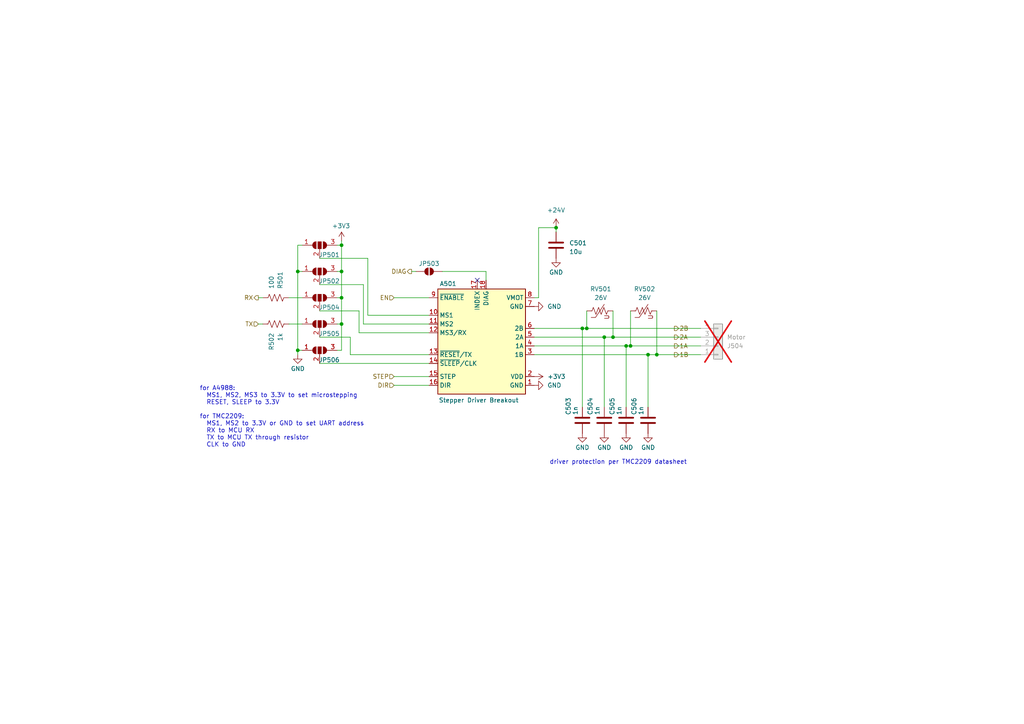
<source format=kicad_sch>
(kicad_sch
	(version 20231120)
	(generator "eeschema")
	(generator_version "8.0")
	(uuid "66062ce2-f50c-4c0b-b3e7-2b2f2e72f03a")
	(paper "A4")
	(lib_symbols
		(symbol "Connector_Generic:Conn_01x04"
			(pin_names
				(offset 1.016) hide)
			(exclude_from_sim no)
			(in_bom yes)
			(on_board yes)
			(property "Reference" "J"
				(at 0 5.08 0)
				(effects
					(font
						(size 1.27 1.27)
					)
				)
			)
			(property "Value" "Conn_01x04"
				(at 0 -7.62 0)
				(effects
					(font
						(size 1.27 1.27)
					)
				)
			)
			(property "Footprint" ""
				(at 0 0 0)
				(effects
					(font
						(size 1.27 1.27)
					)
					(hide yes)
				)
			)
			(property "Datasheet" "~"
				(at 0 0 0)
				(effects
					(font
						(size 1.27 1.27)
					)
					(hide yes)
				)
			)
			(property "Description" "Generic connector, single row, 01x04, script generated (kicad-library-utils/schlib/autogen/connector/)"
				(at 0 0 0)
				(effects
					(font
						(size 1.27 1.27)
					)
					(hide yes)
				)
			)
			(property "ki_keywords" "connector"
				(at 0 0 0)
				(effects
					(font
						(size 1.27 1.27)
					)
					(hide yes)
				)
			)
			(property "ki_fp_filters" "Connector*:*_1x??_*"
				(at 0 0 0)
				(effects
					(font
						(size 1.27 1.27)
					)
					(hide yes)
				)
			)
			(symbol "Conn_01x04_1_1"
				(rectangle
					(start -1.27 -4.953)
					(end 0 -5.207)
					(stroke
						(width 0.1524)
						(type default)
					)
					(fill
						(type none)
					)
				)
				(rectangle
					(start -1.27 -2.413)
					(end 0 -2.667)
					(stroke
						(width 0.1524)
						(type default)
					)
					(fill
						(type none)
					)
				)
				(rectangle
					(start -1.27 0.127)
					(end 0 -0.127)
					(stroke
						(width 0.1524)
						(type default)
					)
					(fill
						(type none)
					)
				)
				(rectangle
					(start -1.27 2.667)
					(end 0 2.413)
					(stroke
						(width 0.1524)
						(type default)
					)
					(fill
						(type none)
					)
				)
				(rectangle
					(start -1.27 3.81)
					(end 1.27 -6.35)
					(stroke
						(width 0.254)
						(type default)
					)
					(fill
						(type background)
					)
				)
				(pin passive line
					(at -5.08 2.54 0)
					(length 3.81)
					(name "Pin_1"
						(effects
							(font
								(size 1.27 1.27)
							)
						)
					)
					(number "1"
						(effects
							(font
								(size 1.27 1.27)
							)
						)
					)
				)
				(pin passive line
					(at -5.08 0 0)
					(length 3.81)
					(name "Pin_2"
						(effects
							(font
								(size 1.27 1.27)
							)
						)
					)
					(number "2"
						(effects
							(font
								(size 1.27 1.27)
							)
						)
					)
				)
				(pin passive line
					(at -5.08 -2.54 0)
					(length 3.81)
					(name "Pin_3"
						(effects
							(font
								(size 1.27 1.27)
							)
						)
					)
					(number "3"
						(effects
							(font
								(size 1.27 1.27)
							)
						)
					)
				)
				(pin passive line
					(at -5.08 -5.08 0)
					(length 3.81)
					(name "Pin_4"
						(effects
							(font
								(size 1.27 1.27)
							)
						)
					)
					(number "4"
						(effects
							(font
								(size 1.27 1.27)
							)
						)
					)
				)
			)
		)
		(symbol "Device:C"
			(pin_numbers hide)
			(pin_names
				(offset 0.254)
			)
			(exclude_from_sim no)
			(in_bom yes)
			(on_board yes)
			(property "Reference" "C"
				(at 0.635 2.54 0)
				(effects
					(font
						(size 1.27 1.27)
					)
					(justify left)
				)
			)
			(property "Value" "C"
				(at 0.635 -2.54 0)
				(effects
					(font
						(size 1.27 1.27)
					)
					(justify left)
				)
			)
			(property "Footprint" ""
				(at 0.9652 -3.81 0)
				(effects
					(font
						(size 1.27 1.27)
					)
					(hide yes)
				)
			)
			(property "Datasheet" "~"
				(at 0 0 0)
				(effects
					(font
						(size 1.27 1.27)
					)
					(hide yes)
				)
			)
			(property "Description" "Unpolarized capacitor"
				(at 0 0 0)
				(effects
					(font
						(size 1.27 1.27)
					)
					(hide yes)
				)
			)
			(property "ki_keywords" "cap capacitor"
				(at 0 0 0)
				(effects
					(font
						(size 1.27 1.27)
					)
					(hide yes)
				)
			)
			(property "ki_fp_filters" "C_*"
				(at 0 0 0)
				(effects
					(font
						(size 1.27 1.27)
					)
					(hide yes)
				)
			)
			(symbol "C_0_1"
				(polyline
					(pts
						(xy -2.032 -0.762) (xy 2.032 -0.762)
					)
					(stroke
						(width 0.508)
						(type default)
					)
					(fill
						(type none)
					)
				)
				(polyline
					(pts
						(xy -2.032 0.762) (xy 2.032 0.762)
					)
					(stroke
						(width 0.508)
						(type default)
					)
					(fill
						(type none)
					)
				)
			)
			(symbol "C_1_1"
				(pin passive line
					(at 0 3.81 270)
					(length 2.794)
					(name "~"
						(effects
							(font
								(size 1.27 1.27)
							)
						)
					)
					(number "1"
						(effects
							(font
								(size 1.27 1.27)
							)
						)
					)
				)
				(pin passive line
					(at 0 -3.81 90)
					(length 2.794)
					(name "~"
						(effects
							(font
								(size 1.27 1.27)
							)
						)
					)
					(number "2"
						(effects
							(font
								(size 1.27 1.27)
							)
						)
					)
				)
			)
		)
		(symbol "Device:R_US"
			(pin_numbers hide)
			(pin_names
				(offset 0)
			)
			(exclude_from_sim no)
			(in_bom yes)
			(on_board yes)
			(property "Reference" "R"
				(at 2.54 0 90)
				(effects
					(font
						(size 1.27 1.27)
					)
				)
			)
			(property "Value" "R_US"
				(at -2.54 0 90)
				(effects
					(font
						(size 1.27 1.27)
					)
				)
			)
			(property "Footprint" ""
				(at 1.016 -0.254 90)
				(effects
					(font
						(size 1.27 1.27)
					)
					(hide yes)
				)
			)
			(property "Datasheet" "~"
				(at 0 0 0)
				(effects
					(font
						(size 1.27 1.27)
					)
					(hide yes)
				)
			)
			(property "Description" "Resistor, US symbol"
				(at 0 0 0)
				(effects
					(font
						(size 1.27 1.27)
					)
					(hide yes)
				)
			)
			(property "ki_keywords" "R res resistor"
				(at 0 0 0)
				(effects
					(font
						(size 1.27 1.27)
					)
					(hide yes)
				)
			)
			(property "ki_fp_filters" "R_*"
				(at 0 0 0)
				(effects
					(font
						(size 1.27 1.27)
					)
					(hide yes)
				)
			)
			(symbol "R_US_0_1"
				(polyline
					(pts
						(xy 0 -2.286) (xy 0 -2.54)
					)
					(stroke
						(width 0)
						(type default)
					)
					(fill
						(type none)
					)
				)
				(polyline
					(pts
						(xy 0 2.286) (xy 0 2.54)
					)
					(stroke
						(width 0)
						(type default)
					)
					(fill
						(type none)
					)
				)
				(polyline
					(pts
						(xy 0 -0.762) (xy 1.016 -1.143) (xy 0 -1.524) (xy -1.016 -1.905) (xy 0 -2.286)
					)
					(stroke
						(width 0)
						(type default)
					)
					(fill
						(type none)
					)
				)
				(polyline
					(pts
						(xy 0 0.762) (xy 1.016 0.381) (xy 0 0) (xy -1.016 -0.381) (xy 0 -0.762)
					)
					(stroke
						(width 0)
						(type default)
					)
					(fill
						(type none)
					)
				)
				(polyline
					(pts
						(xy 0 2.286) (xy 1.016 1.905) (xy 0 1.524) (xy -1.016 1.143) (xy 0 0.762)
					)
					(stroke
						(width 0)
						(type default)
					)
					(fill
						(type none)
					)
				)
			)
			(symbol "R_US_1_1"
				(pin passive line
					(at 0 3.81 270)
					(length 1.27)
					(name "~"
						(effects
							(font
								(size 1.27 1.27)
							)
						)
					)
					(number "1"
						(effects
							(font
								(size 1.27 1.27)
							)
						)
					)
				)
				(pin passive line
					(at 0 -3.81 90)
					(length 1.27)
					(name "~"
						(effects
							(font
								(size 1.27 1.27)
							)
						)
					)
					(number "2"
						(effects
							(font
								(size 1.27 1.27)
							)
						)
					)
				)
			)
		)
		(symbol "Device:Varistor_US"
			(pin_numbers hide)
			(pin_names
				(offset 0)
			)
			(exclude_from_sim no)
			(in_bom yes)
			(on_board yes)
			(property "Reference" "RV"
				(at 3.175 0 90)
				(effects
					(font
						(size 1.27 1.27)
					)
				)
			)
			(property "Value" "Varistor_US"
				(at -3.175 0 90)
				(effects
					(font
						(size 1.27 1.27)
					)
				)
			)
			(property "Footprint" ""
				(at -1.778 0 90)
				(effects
					(font
						(size 1.27 1.27)
					)
					(hide yes)
				)
			)
			(property "Datasheet" "~"
				(at 0 0 0)
				(effects
					(font
						(size 1.27 1.27)
					)
					(hide yes)
				)
			)
			(property "Description" "Voltage dependent resistor, US symbol"
				(at 0 0 0)
				(effects
					(font
						(size 1.27 1.27)
					)
					(hide yes)
				)
			)
			(property "Sim.Name" "kicad_builtin_varistor"
				(at 0 0 0)
				(effects
					(font
						(size 1.27 1.27)
					)
					(hide yes)
				)
			)
			(property "Sim.Device" "SUBCKT"
				(at 0 0 0)
				(effects
					(font
						(size 1.27 1.27)
					)
					(hide yes)
				)
			)
			(property "Sim.Pins" "1=A 2=B"
				(at 0 0 0)
				(effects
					(font
						(size 1.27 1.27)
					)
					(hide yes)
				)
			)
			(property "Sim.Params" "threshold=1k"
				(at 0 0 0)
				(effects
					(font
						(size 1.27 1.27)
					)
					(hide yes)
				)
			)
			(property "Sim.Library" "${KICAD7_SYMBOL_DIR}/Simulation_SPICE.sp"
				(at 0 0 0)
				(effects
					(font
						(size 1.27 1.27)
					)
					(hide yes)
				)
			)
			(property "ki_keywords" "VDR resistance"
				(at 0 0 0)
				(effects
					(font
						(size 1.27 1.27)
					)
					(hide yes)
				)
			)
			(property "ki_fp_filters" "RV_* Varistor*"
				(at 0 0 0)
				(effects
					(font
						(size 1.27 1.27)
					)
					(hide yes)
				)
			)
			(symbol "Varistor_US_0_0"
				(text "U"
					(at -1.778 -2.032 0)
					(effects
						(font
							(size 1.27 1.27)
						)
					)
				)
			)
			(symbol "Varistor_US_0_1"
				(polyline
					(pts
						(xy 0 -2.286) (xy 0 -2.54)
					)
					(stroke
						(width 0)
						(type default)
					)
					(fill
						(type none)
					)
				)
				(polyline
					(pts
						(xy 0 2.286) (xy 0 2.54)
					)
					(stroke
						(width 0)
						(type default)
					)
					(fill
						(type none)
					)
				)
				(polyline
					(pts
						(xy -1.905 2.54) (xy -1.905 1.27) (xy 1.905 -1.27)
					)
					(stroke
						(width 0)
						(type default)
					)
					(fill
						(type none)
					)
				)
				(polyline
					(pts
						(xy 0 -0.762) (xy 1.016 -1.143) (xy 0 -1.524) (xy -1.016 -1.905) (xy 0 -2.286)
					)
					(stroke
						(width 0)
						(type default)
					)
					(fill
						(type none)
					)
				)
				(polyline
					(pts
						(xy 0 0.762) (xy 1.016 0.381) (xy 0 0) (xy -1.016 -0.381) (xy 0 -0.762)
					)
					(stroke
						(width 0)
						(type default)
					)
					(fill
						(type none)
					)
				)
				(polyline
					(pts
						(xy 0 2.286) (xy 1.016 1.905) (xy 0 1.524) (xy -1.016 1.143) (xy 0 0.762)
					)
					(stroke
						(width 0)
						(type default)
					)
					(fill
						(type none)
					)
				)
			)
			(symbol "Varistor_US_1_1"
				(pin passive line
					(at 0 3.81 270)
					(length 1.27)
					(name "~"
						(effects
							(font
								(size 1.27 1.27)
							)
						)
					)
					(number "1"
						(effects
							(font
								(size 1.27 1.27)
							)
						)
					)
				)
				(pin passive line
					(at 0 -3.81 90)
					(length 1.27)
					(name "~"
						(effects
							(font
								(size 1.27 1.27)
							)
						)
					)
					(number "2"
						(effects
							(font
								(size 1.27 1.27)
							)
						)
					)
				)
			)
		)
		(symbol "Driver_Motor:Pololu_Breakout_A4988"
			(exclude_from_sim no)
			(in_bom yes)
			(on_board yes)
			(property "Reference" "A101"
				(at 7.2741 20.32 0)
				(effects
					(font
						(size 1.27 1.27)
					)
					(justify left)
				)
			)
			(property "Value" "Stepper Driver Breakout"
				(at 7.2741 17.78 0)
				(effects
					(font
						(size 1.27 1.27)
					)
					(justify left)
				)
			)
			(property "Footprint" "Module:Pololu_Breakout-16_15.2x20.3mm"
				(at 6.985 -19.05 0)
				(effects
					(font
						(size 1.27 1.27)
					)
					(justify left)
					(hide yes)
				)
			)
			(property "Datasheet" ""
				(at 2.54 -7.62 0)
				(effects
					(font
						(size 1.27 1.27)
					)
					(hide yes)
				)
			)
			(property "Description" ""
				(at 0 0 0)
				(effects
					(font
						(size 1.27 1.27)
					)
					(hide yes)
				)
			)
			(property "ki_keywords" "Pololu Breakout Board Stepper Driver A4988"
				(at 0 0 0)
				(effects
					(font
						(size 1.27 1.27)
					)
					(hide yes)
				)
			)
			(property "ki_fp_filters" "Pololu*Breakout*15.2x20.3mm*"
				(at 0 0 0)
				(effects
					(font
						(size 1.27 1.27)
					)
					(hide yes)
				)
			)
			(symbol "Pololu_Breakout_A4988_0_1"
				(rectangle
					(start -12.7 15.24)
					(end 12.7 -15.24)
					(stroke
						(width 0.254)
						(type default)
					)
					(fill
						(type background)
					)
				)
			)
			(symbol "Pololu_Breakout_A4988_1_1"
				(pin power_in line
					(at 15.24 -12.7 180)
					(length 2.54)
					(name "GND"
						(effects
							(font
								(size 1.27 1.27)
							)
						)
					)
					(number "1"
						(effects
							(font
								(size 1.27 1.27)
							)
						)
					)
				)
				(pin input line
					(at -15.24 7.62 0)
					(length 2.54)
					(name "MS1"
						(effects
							(font
								(size 1.27 1.27)
							)
						)
					)
					(number "10"
						(effects
							(font
								(size 1.27 1.27)
							)
						)
					)
				)
				(pin input line
					(at -15.24 5.08 0)
					(length 2.54)
					(name "MS2"
						(effects
							(font
								(size 1.27 1.27)
							)
						)
					)
					(number "11"
						(effects
							(font
								(size 1.27 1.27)
							)
						)
					)
				)
				(pin input line
					(at -15.24 2.54 0)
					(length 2.54)
					(name "MS3/RX"
						(effects
							(font
								(size 1.27 1.27)
							)
						)
					)
					(number "12"
						(effects
							(font
								(size 1.27 1.27)
							)
						)
					)
				)
				(pin input line
					(at -15.24 -3.81 0)
					(length 2.54)
					(name "~{RESET}/TX"
						(effects
							(font
								(size 1.27 1.27)
							)
						)
					)
					(number "13"
						(effects
							(font
								(size 1.27 1.27)
							)
						)
					)
				)
				(pin input line
					(at -15.24 -6.35 0)
					(length 2.54)
					(name "~{SLEEP}/CLK"
						(effects
							(font
								(size 1.27 1.27)
							)
						)
					)
					(number "14"
						(effects
							(font
								(size 1.27 1.27)
							)
						)
					)
				)
				(pin input line
					(at -15.24 -10.16 0)
					(length 2.54)
					(name "STEP"
						(effects
							(font
								(size 1.27 1.27)
							)
						)
					)
					(number "15"
						(effects
							(font
								(size 1.27 1.27)
							)
						)
					)
				)
				(pin input line
					(at -15.24 -12.7 0)
					(length 2.54)
					(name "DIR"
						(effects
							(font
								(size 1.27 1.27)
							)
						)
					)
					(number "16"
						(effects
							(font
								(size 1.27 1.27)
							)
						)
					)
				)
				(pin input line
					(at -1.27 17.78 270)
					(length 2.54)
					(name "INDEX"
						(effects
							(font
								(size 1.27 1.27)
							)
						)
					)
					(number "17"
						(effects
							(font
								(size 1.27 1.27)
							)
						)
					)
				)
				(pin output line
					(at 1.27 17.78 270)
					(length 2.54)
					(name "DIAG"
						(effects
							(font
								(size 1.27 1.27)
							)
						)
					)
					(number "18"
						(effects
							(font
								(size 1.27 1.27)
							)
						)
					)
				)
				(pin power_in line
					(at 15.24 -10.16 180)
					(length 2.54)
					(name "VDD"
						(effects
							(font
								(size 1.27 1.27)
							)
						)
					)
					(number "2"
						(effects
							(font
								(size 1.27 1.27)
							)
						)
					)
				)
				(pin output line
					(at 15.24 -3.81 180)
					(length 2.54)
					(name "1B"
						(effects
							(font
								(size 1.27 1.27)
							)
						)
					)
					(number "3"
						(effects
							(font
								(size 1.27 1.27)
							)
						)
					)
				)
				(pin output line
					(at 15.24 -1.27 180)
					(length 2.54)
					(name "1A"
						(effects
							(font
								(size 1.27 1.27)
							)
						)
					)
					(number "4"
						(effects
							(font
								(size 1.27 1.27)
							)
						)
					)
				)
				(pin output line
					(at 15.24 1.27 180)
					(length 2.54)
					(name "2A"
						(effects
							(font
								(size 1.27 1.27)
							)
						)
					)
					(number "5"
						(effects
							(font
								(size 1.27 1.27)
							)
						)
					)
				)
				(pin output line
					(at 15.24 3.81 180)
					(length 2.54)
					(name "2B"
						(effects
							(font
								(size 1.27 1.27)
							)
						)
					)
					(number "6"
						(effects
							(font
								(size 1.27 1.27)
							)
						)
					)
				)
				(pin power_in line
					(at 15.24 10.16 180)
					(length 2.54)
					(name "GND"
						(effects
							(font
								(size 1.27 1.27)
							)
						)
					)
					(number "7"
						(effects
							(font
								(size 1.27 1.27)
							)
						)
					)
				)
				(pin power_in line
					(at 15.24 12.7 180)
					(length 2.54)
					(name "VMOT"
						(effects
							(font
								(size 1.27 1.27)
							)
						)
					)
					(number "8"
						(effects
							(font
								(size 1.27 1.27)
							)
						)
					)
				)
				(pin input line
					(at -15.24 12.7 0)
					(length 2.54)
					(name "~{ENABLE}"
						(effects
							(font
								(size 1.27 1.27)
							)
						)
					)
					(number "9"
						(effects
							(font
								(size 1.27 1.27)
							)
						)
					)
				)
			)
		)
		(symbol "Jumper:SolderJumper_2_Open"
			(pin_numbers hide)
			(pin_names
				(offset 0) hide)
			(exclude_from_sim yes)
			(in_bom no)
			(on_board yes)
			(property "Reference" "JP"
				(at 0 2.032 0)
				(effects
					(font
						(size 1.27 1.27)
					)
				)
			)
			(property "Value" "SolderJumper_2_Open"
				(at 0 -2.54 0)
				(effects
					(font
						(size 1.27 1.27)
					)
				)
			)
			(property "Footprint" ""
				(at 0 0 0)
				(effects
					(font
						(size 1.27 1.27)
					)
					(hide yes)
				)
			)
			(property "Datasheet" "~"
				(at 0 0 0)
				(effects
					(font
						(size 1.27 1.27)
					)
					(hide yes)
				)
			)
			(property "Description" "Solder Jumper, 2-pole, open"
				(at 0 0 0)
				(effects
					(font
						(size 1.27 1.27)
					)
					(hide yes)
				)
			)
			(property "ki_keywords" "solder jumper SPST"
				(at 0 0 0)
				(effects
					(font
						(size 1.27 1.27)
					)
					(hide yes)
				)
			)
			(property "ki_fp_filters" "SolderJumper*Open*"
				(at 0 0 0)
				(effects
					(font
						(size 1.27 1.27)
					)
					(hide yes)
				)
			)
			(symbol "SolderJumper_2_Open_0_1"
				(arc
					(start -0.254 1.016)
					(mid -1.2656 0)
					(end -0.254 -1.016)
					(stroke
						(width 0)
						(type default)
					)
					(fill
						(type none)
					)
				)
				(arc
					(start -0.254 1.016)
					(mid -1.2656 0)
					(end -0.254 -1.016)
					(stroke
						(width 0)
						(type default)
					)
					(fill
						(type outline)
					)
				)
				(polyline
					(pts
						(xy -0.254 1.016) (xy -0.254 -1.016)
					)
					(stroke
						(width 0)
						(type default)
					)
					(fill
						(type none)
					)
				)
				(polyline
					(pts
						(xy 0.254 1.016) (xy 0.254 -1.016)
					)
					(stroke
						(width 0)
						(type default)
					)
					(fill
						(type none)
					)
				)
				(arc
					(start 0.254 -1.016)
					(mid 1.2656 0)
					(end 0.254 1.016)
					(stroke
						(width 0)
						(type default)
					)
					(fill
						(type none)
					)
				)
				(arc
					(start 0.254 -1.016)
					(mid 1.2656 0)
					(end 0.254 1.016)
					(stroke
						(width 0)
						(type default)
					)
					(fill
						(type outline)
					)
				)
			)
			(symbol "SolderJumper_2_Open_1_1"
				(pin passive line
					(at -3.81 0 0)
					(length 2.54)
					(name "A"
						(effects
							(font
								(size 1.27 1.27)
							)
						)
					)
					(number "1"
						(effects
							(font
								(size 1.27 1.27)
							)
						)
					)
				)
				(pin passive line
					(at 3.81 0 180)
					(length 2.54)
					(name "B"
						(effects
							(font
								(size 1.27 1.27)
							)
						)
					)
					(number "2"
						(effects
							(font
								(size 1.27 1.27)
							)
						)
					)
				)
			)
		)
		(symbol "Jumper:SolderJumper_3_Open"
			(pin_names
				(offset 0) hide)
			(exclude_from_sim yes)
			(in_bom no)
			(on_board yes)
			(property "Reference" "JP"
				(at -2.54 -2.54 0)
				(effects
					(font
						(size 1.27 1.27)
					)
				)
			)
			(property "Value" "SolderJumper_3_Open"
				(at 0 2.794 0)
				(effects
					(font
						(size 1.27 1.27)
					)
				)
			)
			(property "Footprint" ""
				(at 0 0 0)
				(effects
					(font
						(size 1.27 1.27)
					)
					(hide yes)
				)
			)
			(property "Datasheet" "~"
				(at 0 0 0)
				(effects
					(font
						(size 1.27 1.27)
					)
					(hide yes)
				)
			)
			(property "Description" "Solder Jumper, 3-pole, open"
				(at 0 0 0)
				(effects
					(font
						(size 1.27 1.27)
					)
					(hide yes)
				)
			)
			(property "ki_keywords" "Solder Jumper SPDT"
				(at 0 0 0)
				(effects
					(font
						(size 1.27 1.27)
					)
					(hide yes)
				)
			)
			(property "ki_fp_filters" "SolderJumper*Open*"
				(at 0 0 0)
				(effects
					(font
						(size 1.27 1.27)
					)
					(hide yes)
				)
			)
			(symbol "SolderJumper_3_Open_0_1"
				(arc
					(start -1.016 1.016)
					(mid -2.0276 0)
					(end -1.016 -1.016)
					(stroke
						(width 0)
						(type default)
					)
					(fill
						(type none)
					)
				)
				(arc
					(start -1.016 1.016)
					(mid -2.0276 0)
					(end -1.016 -1.016)
					(stroke
						(width 0)
						(type default)
					)
					(fill
						(type outline)
					)
				)
				(rectangle
					(start -0.508 1.016)
					(end 0.508 -1.016)
					(stroke
						(width 0)
						(type default)
					)
					(fill
						(type outline)
					)
				)
				(polyline
					(pts
						(xy -2.54 0) (xy -2.032 0)
					)
					(stroke
						(width 0)
						(type default)
					)
					(fill
						(type none)
					)
				)
				(polyline
					(pts
						(xy -1.016 1.016) (xy -1.016 -1.016)
					)
					(stroke
						(width 0)
						(type default)
					)
					(fill
						(type none)
					)
				)
				(polyline
					(pts
						(xy 0 -1.27) (xy 0 -1.016)
					)
					(stroke
						(width 0)
						(type default)
					)
					(fill
						(type none)
					)
				)
				(polyline
					(pts
						(xy 1.016 1.016) (xy 1.016 -1.016)
					)
					(stroke
						(width 0)
						(type default)
					)
					(fill
						(type none)
					)
				)
				(polyline
					(pts
						(xy 2.54 0) (xy 2.032 0)
					)
					(stroke
						(width 0)
						(type default)
					)
					(fill
						(type none)
					)
				)
				(arc
					(start 1.016 -1.016)
					(mid 2.0276 0)
					(end 1.016 1.016)
					(stroke
						(width 0)
						(type default)
					)
					(fill
						(type none)
					)
				)
				(arc
					(start 1.016 -1.016)
					(mid 2.0276 0)
					(end 1.016 1.016)
					(stroke
						(width 0)
						(type default)
					)
					(fill
						(type outline)
					)
				)
			)
			(symbol "SolderJumper_3_Open_1_1"
				(pin passive line
					(at -5.08 0 0)
					(length 2.54)
					(name "A"
						(effects
							(font
								(size 1.27 1.27)
							)
						)
					)
					(number "1"
						(effects
							(font
								(size 1.27 1.27)
							)
						)
					)
				)
				(pin passive line
					(at 0 -3.81 90)
					(length 2.54)
					(name "C"
						(effects
							(font
								(size 1.27 1.27)
							)
						)
					)
					(number "2"
						(effects
							(font
								(size 1.27 1.27)
							)
						)
					)
				)
				(pin passive line
					(at 5.08 0 180)
					(length 2.54)
					(name "B"
						(effects
							(font
								(size 1.27 1.27)
							)
						)
					)
					(number "3"
						(effects
							(font
								(size 1.27 1.27)
							)
						)
					)
				)
			)
		)
		(symbol "power:+24V"
			(power)
			(pin_numbers hide)
			(pin_names
				(offset 0) hide)
			(exclude_from_sim no)
			(in_bom yes)
			(on_board yes)
			(property "Reference" "#PWR"
				(at 0 -3.81 0)
				(effects
					(font
						(size 1.27 1.27)
					)
					(hide yes)
				)
			)
			(property "Value" "+24V"
				(at 0 3.556 0)
				(effects
					(font
						(size 1.27 1.27)
					)
				)
			)
			(property "Footprint" ""
				(at 0 0 0)
				(effects
					(font
						(size 1.27 1.27)
					)
					(hide yes)
				)
			)
			(property "Datasheet" ""
				(at 0 0 0)
				(effects
					(font
						(size 1.27 1.27)
					)
					(hide yes)
				)
			)
			(property "Description" "Power symbol creates a global label with name \"+24V\""
				(at 0 0 0)
				(effects
					(font
						(size 1.27 1.27)
					)
					(hide yes)
				)
			)
			(property "ki_keywords" "global power"
				(at 0 0 0)
				(effects
					(font
						(size 1.27 1.27)
					)
					(hide yes)
				)
			)
			(symbol "+24V_0_1"
				(polyline
					(pts
						(xy -0.762 1.27) (xy 0 2.54)
					)
					(stroke
						(width 0)
						(type default)
					)
					(fill
						(type none)
					)
				)
				(polyline
					(pts
						(xy 0 0) (xy 0 2.54)
					)
					(stroke
						(width 0)
						(type default)
					)
					(fill
						(type none)
					)
				)
				(polyline
					(pts
						(xy 0 2.54) (xy 0.762 1.27)
					)
					(stroke
						(width 0)
						(type default)
					)
					(fill
						(type none)
					)
				)
			)
			(symbol "+24V_1_1"
				(pin power_in line
					(at 0 0 90)
					(length 0)
					(name "~"
						(effects
							(font
								(size 1.27 1.27)
							)
						)
					)
					(number "1"
						(effects
							(font
								(size 1.27 1.27)
							)
						)
					)
				)
			)
		)
		(symbol "power:+3V3"
			(power)
			(pin_names
				(offset 0)
			)
			(exclude_from_sim no)
			(in_bom yes)
			(on_board yes)
			(property "Reference" "#PWR"
				(at 0 -3.81 0)
				(effects
					(font
						(size 1.27 1.27)
					)
					(hide yes)
				)
			)
			(property "Value" "+3V3"
				(at 0 3.556 0)
				(effects
					(font
						(size 1.27 1.27)
					)
				)
			)
			(property "Footprint" ""
				(at 0 0 0)
				(effects
					(font
						(size 1.27 1.27)
					)
					(hide yes)
				)
			)
			(property "Datasheet" ""
				(at 0 0 0)
				(effects
					(font
						(size 1.27 1.27)
					)
					(hide yes)
				)
			)
			(property "Description" "Power symbol creates a global label with name \"+3V3\""
				(at 0 0 0)
				(effects
					(font
						(size 1.27 1.27)
					)
					(hide yes)
				)
			)
			(property "ki_keywords" "power-flag"
				(at 0 0 0)
				(effects
					(font
						(size 1.27 1.27)
					)
					(hide yes)
				)
			)
			(symbol "+3V3_0_1"
				(polyline
					(pts
						(xy -0.762 1.27) (xy 0 2.54)
					)
					(stroke
						(width 0)
						(type default)
					)
					(fill
						(type none)
					)
				)
				(polyline
					(pts
						(xy 0 0) (xy 0 2.54)
					)
					(stroke
						(width 0)
						(type default)
					)
					(fill
						(type none)
					)
				)
				(polyline
					(pts
						(xy 0 2.54) (xy 0.762 1.27)
					)
					(stroke
						(width 0)
						(type default)
					)
					(fill
						(type none)
					)
				)
			)
			(symbol "+3V3_1_1"
				(pin power_in line
					(at 0 0 90)
					(length 0) hide
					(name "+3V3"
						(effects
							(font
								(size 1.27 1.27)
							)
						)
					)
					(number "1"
						(effects
							(font
								(size 1.27 1.27)
							)
						)
					)
				)
			)
		)
		(symbol "power:GND"
			(power)
			(pin_names
				(offset 0)
			)
			(exclude_from_sim no)
			(in_bom yes)
			(on_board yes)
			(property "Reference" "#PWR"
				(at 0 -6.35 0)
				(effects
					(font
						(size 1.27 1.27)
					)
					(hide yes)
				)
			)
			(property "Value" "GND"
				(at 0 -3.81 0)
				(effects
					(font
						(size 1.27 1.27)
					)
				)
			)
			(property "Footprint" ""
				(at 0 0 0)
				(effects
					(font
						(size 1.27 1.27)
					)
					(hide yes)
				)
			)
			(property "Datasheet" ""
				(at 0 0 0)
				(effects
					(font
						(size 1.27 1.27)
					)
					(hide yes)
				)
			)
			(property "Description" "Power symbol creates a global label with name \"GND\" , ground"
				(at 0 0 0)
				(effects
					(font
						(size 1.27 1.27)
					)
					(hide yes)
				)
			)
			(property "ki_keywords" "power-flag"
				(at 0 0 0)
				(effects
					(font
						(size 1.27 1.27)
					)
					(hide yes)
				)
			)
			(symbol "GND_0_1"
				(polyline
					(pts
						(xy 0 0) (xy 0 -1.27) (xy 1.27 -1.27) (xy 0 -2.54) (xy -1.27 -1.27) (xy 0 -1.27)
					)
					(stroke
						(width 0)
						(type default)
					)
					(fill
						(type none)
					)
				)
			)
			(symbol "GND_1_1"
				(pin power_in line
					(at 0 0 270)
					(length 0) hide
					(name "GND"
						(effects
							(font
								(size 1.27 1.27)
							)
						)
					)
					(number "1"
						(effects
							(font
								(size 1.27 1.27)
							)
						)
					)
				)
			)
		)
	)
	(junction
		(at 99.06 86.36)
		(diameter 0)
		(color 0 0 0 0)
		(uuid "07fd366a-184f-4f18-8616-703161146cfb")
	)
	(junction
		(at 182.88 100.33)
		(diameter 0)
		(color 0 0 0 0)
		(uuid "0bdbbbbd-506f-45ae-b7ae-958d74a472aa")
	)
	(junction
		(at 99.06 78.74)
		(diameter 0)
		(color 0 0 0 0)
		(uuid "19f0f6c7-645b-4ef2-9597-d9530814d669")
	)
	(junction
		(at 99.06 93.98)
		(diameter 0)
		(color 0 0 0 0)
		(uuid "2201387f-ecfd-4a7f-8668-002b7c9d1d18")
	)
	(junction
		(at 177.8 97.79)
		(diameter 0)
		(color 0 0 0 0)
		(uuid "2f0fa67b-f6c0-41eb-9796-7ff324ce49af")
	)
	(junction
		(at 187.96 102.87)
		(diameter 0)
		(color 0 0 0 0)
		(uuid "3b293c20-ba2d-4579-910f-287b8b59b4ee")
	)
	(junction
		(at 161.29 66.04)
		(diameter 0)
		(color 0 0 0 0)
		(uuid "4f3edbb9-67db-4f6c-bc70-52bacfb21422")
	)
	(junction
		(at 170.18 95.25)
		(diameter 0)
		(color 0 0 0 0)
		(uuid "5fb68cd3-60d7-4a7e-af7a-09401026a35c")
	)
	(junction
		(at 86.36 78.74)
		(diameter 0)
		(color 0 0 0 0)
		(uuid "616e3619-a84b-448f-95d3-fa763e8d9d55")
	)
	(junction
		(at 99.06 71.12)
		(diameter 0)
		(color 0 0 0 0)
		(uuid "6e367a39-28b8-4c0b-b850-18317e464dca")
	)
	(junction
		(at 181.61 100.33)
		(diameter 0)
		(color 0 0 0 0)
		(uuid "8459ba7d-f97d-44f5-ad5b-17b08d58274f")
	)
	(junction
		(at 168.91 95.25)
		(diameter 0)
		(color 0 0 0 0)
		(uuid "93bb89a8-4b36-4b39-9146-04ba2a74e92a")
	)
	(junction
		(at 190.5 102.87)
		(diameter 0)
		(color 0 0 0 0)
		(uuid "9a8c67ab-5cd3-463c-8a7c-e6daf06d0dc8")
	)
	(junction
		(at 86.36 101.6)
		(diameter 0)
		(color 0 0 0 0)
		(uuid "dc1b4f8a-ec52-4562-a133-b5bedfbd21ba")
	)
	(junction
		(at 175.26 97.79)
		(diameter 0)
		(color 0 0 0 0)
		(uuid "fe45e3f6-a3cb-4ab8-b661-2240b108fcb7")
	)
	(no_connect
		(at 138.43 81.28)
		(uuid "8c04df73-18ce-413a-a3b9-85ba083ab554")
	)
	(wire
		(pts
			(xy 104.14 96.52) (xy 124.46 96.52)
		)
		(stroke
			(width 0)
			(type default)
		)
		(uuid "0708ff3b-e8a0-421e-b9ea-fc8a8274c872")
	)
	(wire
		(pts
			(xy 99.06 86.36) (xy 97.79 86.36)
		)
		(stroke
			(width 0)
			(type default)
		)
		(uuid "092fb76f-2ad5-4ee0-a574-4695d5f1440f")
	)
	(wire
		(pts
			(xy 154.94 95.25) (xy 168.91 95.25)
		)
		(stroke
			(width 0)
			(type default)
		)
		(uuid "09b38b18-ad2f-4717-8dff-d7f25e0518ed")
	)
	(wire
		(pts
			(xy 101.6 102.87) (xy 124.46 102.87)
		)
		(stroke
			(width 0)
			(type default)
		)
		(uuid "0eb49599-ee8f-43c9-9f35-66a01f4b67d2")
	)
	(wire
		(pts
			(xy 170.18 95.25) (xy 203.2 95.25)
		)
		(stroke
			(width 0)
			(type default)
		)
		(uuid "1839a7d4-2959-4f3f-806a-00bc5d5cfa04")
	)
	(wire
		(pts
			(xy 175.26 97.79) (xy 177.8 97.79)
		)
		(stroke
			(width 0)
			(type default)
		)
		(uuid "1b44155f-85ff-4d47-894c-aca1d037b179")
	)
	(wire
		(pts
			(xy 86.36 101.6) (xy 87.63 101.6)
		)
		(stroke
			(width 0)
			(type default)
		)
		(uuid "2312563f-10ba-469b-ab8f-919c5cff0998")
	)
	(wire
		(pts
			(xy 190.5 102.87) (xy 203.2 102.87)
		)
		(stroke
			(width 0)
			(type default)
		)
		(uuid "24118193-2aa2-4f2c-af36-1017aecc6b9e")
	)
	(wire
		(pts
			(xy 190.5 90.17) (xy 190.5 102.87)
		)
		(stroke
			(width 0)
			(type default)
		)
		(uuid "266afeaa-dcd7-403b-a7aa-a46950c48856")
	)
	(wire
		(pts
			(xy 154.94 102.87) (xy 187.96 102.87)
		)
		(stroke
			(width 0)
			(type default)
		)
		(uuid "29800c6e-66d6-4745-a939-bf9a6b4bb821")
	)
	(wire
		(pts
			(xy 105.41 93.98) (xy 124.46 93.98)
		)
		(stroke
			(width 0)
			(type default)
		)
		(uuid "342ee28e-10c5-4ef8-aa1b-34d086f144ef")
	)
	(wire
		(pts
			(xy 114.3 111.76) (xy 124.46 111.76)
		)
		(stroke
			(width 0)
			(type default)
		)
		(uuid "34e30b7b-bb02-4a23-bc73-569f85a955fa")
	)
	(wire
		(pts
			(xy 175.26 97.79) (xy 175.26 118.11)
		)
		(stroke
			(width 0)
			(type default)
		)
		(uuid "35843172-01db-440d-bb94-686e01daf4a4")
	)
	(wire
		(pts
			(xy 99.06 71.12) (xy 99.06 78.74)
		)
		(stroke
			(width 0)
			(type default)
		)
		(uuid "3f2f9d82-17bf-4f7c-bd12-7ed3fa8f1d95")
	)
	(wire
		(pts
			(xy 86.36 78.74) (xy 86.36 101.6)
		)
		(stroke
			(width 0)
			(type default)
		)
		(uuid "42317cda-af58-45fe-8740-799467840e7d")
	)
	(wire
		(pts
			(xy 128.27 78.74) (xy 140.97 78.74)
		)
		(stroke
			(width 0)
			(type default)
		)
		(uuid "47023829-6f7e-4d3d-9190-6909ce5d8169")
	)
	(wire
		(pts
			(xy 99.06 78.74) (xy 97.79 78.74)
		)
		(stroke
			(width 0)
			(type default)
		)
		(uuid "555e8593-05ee-45ba-a810-8b4d58304255")
	)
	(wire
		(pts
			(xy 83.82 93.98) (xy 87.63 93.98)
		)
		(stroke
			(width 0)
			(type default)
		)
		(uuid "575d6813-35ad-48d1-ae59-2b552985bde3")
	)
	(wire
		(pts
			(xy 161.29 66.04) (xy 161.29 67.31)
		)
		(stroke
			(width 0)
			(type default)
		)
		(uuid "621c0b81-9eea-4d59-8127-d63fb6c48504")
	)
	(wire
		(pts
			(xy 182.88 100.33) (xy 203.2 100.33)
		)
		(stroke
			(width 0)
			(type default)
		)
		(uuid "65d8ec2f-8367-4390-903f-0e2dc7f13fe7")
	)
	(wire
		(pts
			(xy 105.41 82.55) (xy 92.71 82.55)
		)
		(stroke
			(width 0)
			(type default)
		)
		(uuid "662f8128-aed4-4f72-bb34-d1e5f71db856")
	)
	(wire
		(pts
			(xy 140.97 78.74) (xy 140.97 81.28)
		)
		(stroke
			(width 0)
			(type default)
		)
		(uuid "6ea705ea-b003-40c7-8d42-84315fee6e3c")
	)
	(wire
		(pts
			(xy 114.3 86.36) (xy 124.46 86.36)
		)
		(stroke
			(width 0)
			(type default)
		)
		(uuid "73d4616d-de5b-4526-9340-aae113289a3a")
	)
	(wire
		(pts
			(xy 86.36 71.12) (xy 86.36 78.74)
		)
		(stroke
			(width 0)
			(type default)
		)
		(uuid "7575f3a2-d04e-415f-beed-56ac034172f7")
	)
	(wire
		(pts
			(xy 105.41 93.98) (xy 105.41 82.55)
		)
		(stroke
			(width 0)
			(type default)
		)
		(uuid "7614417f-486c-4909-9907-dd352249aa9b")
	)
	(wire
		(pts
			(xy 83.82 86.36) (xy 87.63 86.36)
		)
		(stroke
			(width 0)
			(type default)
		)
		(uuid "7e9e7e06-0397-405a-8632-f0bfb9d81133")
	)
	(wire
		(pts
			(xy 86.36 102.87) (xy 86.36 101.6)
		)
		(stroke
			(width 0)
			(type default)
		)
		(uuid "825ce477-bc38-4a0f-906b-373d2b1a0789")
	)
	(wire
		(pts
			(xy 106.68 74.93) (xy 106.68 91.44)
		)
		(stroke
			(width 0)
			(type default)
		)
		(uuid "8eea8537-dcbd-4ee8-9e4b-8f6978bdda0c")
	)
	(wire
		(pts
			(xy 154.94 100.33) (xy 181.61 100.33)
		)
		(stroke
			(width 0)
			(type default)
		)
		(uuid "90b5e4ca-28ec-4f91-8b8d-a94075ccf95d")
	)
	(wire
		(pts
			(xy 104.14 90.17) (xy 104.14 96.52)
		)
		(stroke
			(width 0)
			(type default)
		)
		(uuid "929cfde8-e08f-47e2-817c-3053afda9d67")
	)
	(wire
		(pts
			(xy 187.96 102.87) (xy 190.5 102.87)
		)
		(stroke
			(width 0)
			(type default)
		)
		(uuid "96830675-db4a-44cb-993b-913407cedebf")
	)
	(wire
		(pts
			(xy 170.18 90.17) (xy 170.18 95.25)
		)
		(stroke
			(width 0)
			(type default)
		)
		(uuid "99736842-8a03-4b48-afac-ed1a0d446a95")
	)
	(wire
		(pts
			(xy 106.68 91.44) (xy 124.46 91.44)
		)
		(stroke
			(width 0)
			(type default)
		)
		(uuid "9b2b55ed-610a-4bf8-8bad-67dce63048d6")
	)
	(wire
		(pts
			(xy 177.8 97.79) (xy 203.2 97.79)
		)
		(stroke
			(width 0)
			(type default)
		)
		(uuid "9b34dee2-ead8-420b-bbad-de1c32b45567")
	)
	(wire
		(pts
			(xy 97.79 101.6) (xy 99.06 101.6)
		)
		(stroke
			(width 0)
			(type default)
		)
		(uuid "9c427be6-0cd7-468f-b3af-c9f73a264de3")
	)
	(wire
		(pts
			(xy 74.93 86.36) (xy 76.2 86.36)
		)
		(stroke
			(width 0)
			(type default)
		)
		(uuid "9e348c37-818f-437c-aeb8-0f2a84b80251")
	)
	(wire
		(pts
			(xy 74.93 93.98) (xy 76.2 93.98)
		)
		(stroke
			(width 0)
			(type default)
		)
		(uuid "aa5edad1-3527-4fad-85d4-359dc9d9bf9f")
	)
	(wire
		(pts
			(xy 92.71 97.79) (xy 101.6 97.79)
		)
		(stroke
			(width 0)
			(type default)
		)
		(uuid "abde26d5-ba5f-4c73-b227-03bdf62638fd")
	)
	(wire
		(pts
			(xy 156.21 86.36) (xy 156.21 66.04)
		)
		(stroke
			(width 0)
			(type default)
		)
		(uuid "af0c5f7b-7046-430a-94cb-be068e1c9b7a")
	)
	(wire
		(pts
			(xy 181.61 100.33) (xy 182.88 100.33)
		)
		(stroke
			(width 0)
			(type default)
		)
		(uuid "b0b28e5d-3a96-411e-be1b-528b039e2af5")
	)
	(wire
		(pts
			(xy 177.8 90.17) (xy 177.8 97.79)
		)
		(stroke
			(width 0)
			(type default)
		)
		(uuid "b296e5c3-15e6-461f-89ac-8dcee54a73c2")
	)
	(wire
		(pts
			(xy 92.71 74.93) (xy 106.68 74.93)
		)
		(stroke
			(width 0)
			(type default)
		)
		(uuid "b769a565-4326-47ed-b3d2-d26bcec70de8")
	)
	(wire
		(pts
			(xy 99.06 86.36) (xy 99.06 93.98)
		)
		(stroke
			(width 0)
			(type default)
		)
		(uuid "bf6a9e18-b773-49ee-bdaf-447bec536722")
	)
	(wire
		(pts
			(xy 168.91 95.25) (xy 168.91 118.11)
		)
		(stroke
			(width 0)
			(type default)
		)
		(uuid "c092b063-931b-4ec3-84e9-130375b5e560")
	)
	(wire
		(pts
			(xy 168.91 95.25) (xy 170.18 95.25)
		)
		(stroke
			(width 0)
			(type default)
		)
		(uuid "c0c806e9-eb4b-4c01-adee-463e6c908d1a")
	)
	(wire
		(pts
			(xy 97.79 93.98) (xy 99.06 93.98)
		)
		(stroke
			(width 0)
			(type default)
		)
		(uuid "c24f00ce-64a5-4097-be40-d1d660fb0357")
	)
	(wire
		(pts
			(xy 182.88 90.17) (xy 182.88 100.33)
		)
		(stroke
			(width 0)
			(type default)
		)
		(uuid "c3a8aa20-87a0-4067-96ad-f78813094dcd")
	)
	(wire
		(pts
			(xy 92.71 105.41) (xy 124.46 105.41)
		)
		(stroke
			(width 0)
			(type default)
		)
		(uuid "c4a603fb-deec-436f-93c8-114bd63e0534")
	)
	(wire
		(pts
			(xy 101.6 97.79) (xy 101.6 102.87)
		)
		(stroke
			(width 0)
			(type default)
		)
		(uuid "cc253b28-fa8b-47f6-bec2-7a27435b5445")
	)
	(wire
		(pts
			(xy 181.61 100.33) (xy 181.61 118.11)
		)
		(stroke
			(width 0)
			(type default)
		)
		(uuid "cde1bc7b-24e2-435a-a096-139643ffc5f5")
	)
	(wire
		(pts
			(xy 86.36 71.12) (xy 87.63 71.12)
		)
		(stroke
			(width 0)
			(type default)
		)
		(uuid "d45613eb-1f42-43e8-88d1-804710e6aa9d")
	)
	(wire
		(pts
			(xy 86.36 78.74) (xy 87.63 78.74)
		)
		(stroke
			(width 0)
			(type default)
		)
		(uuid "d603a5f4-85fa-4576-8837-e490ee2c0d00")
	)
	(wire
		(pts
			(xy 114.3 109.22) (xy 124.46 109.22)
		)
		(stroke
			(width 0)
			(type default)
		)
		(uuid "d62e55bf-0d9b-4d1b-a670-2e49465d00f7")
	)
	(wire
		(pts
			(xy 156.21 66.04) (xy 161.29 66.04)
		)
		(stroke
			(width 0)
			(type default)
		)
		(uuid "ded71919-6f08-444f-91b9-3304b83f30b3")
	)
	(wire
		(pts
			(xy 99.06 86.36) (xy 99.06 78.74)
		)
		(stroke
			(width 0)
			(type default)
		)
		(uuid "e39f553b-8c78-48e6-823e-ceac1f827e69")
	)
	(wire
		(pts
			(xy 92.71 90.17) (xy 104.14 90.17)
		)
		(stroke
			(width 0)
			(type default)
		)
		(uuid "e5159641-294a-4b7e-8705-6e5bc3fe7f6a")
	)
	(wire
		(pts
			(xy 97.79 71.12) (xy 99.06 71.12)
		)
		(stroke
			(width 0)
			(type default)
		)
		(uuid "ea158218-97eb-431c-948d-af666364bc8b")
	)
	(wire
		(pts
			(xy 99.06 69.85) (xy 99.06 71.12)
		)
		(stroke
			(width 0)
			(type default)
		)
		(uuid "f374455c-d7cd-4f98-a815-ab7f2b96bfed")
	)
	(wire
		(pts
			(xy 154.94 86.36) (xy 156.21 86.36)
		)
		(stroke
			(width 0)
			(type default)
		)
		(uuid "f39d7cbe-1481-477c-8355-b76a7d617802")
	)
	(wire
		(pts
			(xy 187.96 102.87) (xy 187.96 118.11)
		)
		(stroke
			(width 0)
			(type default)
		)
		(uuid "fa94d9b6-4c57-462d-9bf1-b4ccf1a37205")
	)
	(wire
		(pts
			(xy 154.94 97.79) (xy 175.26 97.79)
		)
		(stroke
			(width 0)
			(type default)
		)
		(uuid "fd6981bc-525d-4521-ad75-99fab15a4397")
	)
	(wire
		(pts
			(xy 119.38 78.74) (xy 120.65 78.74)
		)
		(stroke
			(width 0)
			(type default)
		)
		(uuid "fd975e2f-74aa-4143-bfbc-e3a3c6975c0e")
	)
	(wire
		(pts
			(xy 99.06 93.98) (xy 99.06 101.6)
		)
		(stroke
			(width 0)
			(type default)
		)
		(uuid "ff83f4f5-d8f1-4365-a518-3cad37c0d0f2")
	)
	(text "driver protection per TMC2209 datasheet\n"
		(exclude_from_sim no)
		(at 179.324 134.112 0)
		(effects
			(font
				(size 1.27 1.27)
			)
		)
		(uuid "00d3960e-ed8e-4ac2-ac82-62978401ee98")
	)
	(text "for A4988:\n  MS1, MS2, MS3 to 3.3V to set microstepping\n  RESET, SLEEP to 3.3V\n\nfor TMC2209:\n  MS1, MS2 to 3.3V or GND to set UART address\n  RX to MCU RX\n  TX to MCU TX through resistor\n  CLK to GND"
		(exclude_from_sim no)
		(at 57.912 120.904 0)
		(effects
			(font
				(size 1.27 1.27)
			)
			(justify left)
		)
		(uuid "21d2c927-00c1-41e0-9d06-6e96e42241f8")
	)
	(hierarchical_label "TX"
		(shape input)
		(at 74.93 93.98 180)
		(fields_autoplaced yes)
		(effects
			(font
				(size 1.27 1.27)
			)
			(justify right)
		)
		(uuid "2c0a5c3e-c250-469a-bbf5-2e5724f4906f")
	)
	(hierarchical_label "1B"
		(shape output)
		(at 195.58 102.87 0)
		(fields_autoplaced yes)
		(effects
			(font
				(size 1.27 1.27)
			)
			(justify left)
		)
		(uuid "2fa113d5-d1b3-46e4-97da-f0d6840151d5")
	)
	(hierarchical_label "EN"
		(shape input)
		(at 114.3 86.36 180)
		(fields_autoplaced yes)
		(effects
			(font
				(size 1.27 1.27)
			)
			(justify right)
		)
		(uuid "93892db7-2148-4b1d-a55f-18a488d7792a")
	)
	(hierarchical_label "2B"
		(shape output)
		(at 195.58 95.25 0)
		(fields_autoplaced yes)
		(effects
			(font
				(size 1.27 1.27)
			)
			(justify left)
		)
		(uuid "9e780b7d-46b9-46e7-9f37-b354ad0d1ceb")
	)
	(hierarchical_label "DIAG"
		(shape output)
		(at 119.38 78.74 180)
		(fields_autoplaced yes)
		(effects
			(font
				(size 1.27 1.27)
			)
			(justify right)
		)
		(uuid "a6fadd9a-232d-4fe9-94e8-5d2c9798bebe")
	)
	(hierarchical_label "2A"
		(shape output)
		(at 195.58 97.79 0)
		(fields_autoplaced yes)
		(effects
			(font
				(size 1.27 1.27)
			)
			(justify left)
		)
		(uuid "d867b881-cc4b-47ed-b4e9-46a818130676")
	)
	(hierarchical_label "1A"
		(shape output)
		(at 195.58 100.33 0)
		(fields_autoplaced yes)
		(effects
			(font
				(size 1.27 1.27)
			)
			(justify left)
		)
		(uuid "e3375ef6-7040-4cd7-b724-21c192841eac")
	)
	(hierarchical_label "STEP"
		(shape input)
		(at 114.3 109.22 180)
		(fields_autoplaced yes)
		(effects
			(font
				(size 1.27 1.27)
			)
			(justify right)
		)
		(uuid "e6ebea90-9704-425a-88ab-912999346951")
	)
	(hierarchical_label "RX"
		(shape output)
		(at 74.93 86.36 180)
		(fields_autoplaced yes)
		(effects
			(font
				(size 1.27 1.27)
			)
			(justify right)
		)
		(uuid "f4a15319-ae99-4aac-b940-c150e7ec257c")
	)
	(hierarchical_label "DIR"
		(shape input)
		(at 114.3 111.76 180)
		(fields_autoplaced yes)
		(effects
			(font
				(size 1.27 1.27)
			)
			(justify right)
		)
		(uuid "f9c05fc3-09b8-459d-8ab6-91ec663ec4ca")
	)
	(symbol
		(lib_id "Device:C")
		(at 181.61 121.92 0)
		(mirror x)
		(unit 1)
		(exclude_from_sim no)
		(in_bom yes)
		(on_board yes)
		(dnp no)
		(uuid "051e36e8-9662-4bd4-9e5e-4e19deda60d0")
		(property "Reference" "C505"
			(at 177.546 120.396 90)
			(effects
				(font
					(size 1.27 1.27)
				)
				(justify right)
			)
		)
		(property "Value" "1n"
			(at 179.578 120.396 90)
			(effects
				(font
					(size 1.27 1.27)
				)
				(justify right)
			)
		)
		(property "Footprint" "Capacitor_SMD:C_0603_1608Metric"
			(at 182.5752 118.11 0)
			(effects
				(font
					(size 1.27 1.27)
				)
				(hide yes)
			)
		)
		(property "Datasheet" "~"
			(at 181.61 121.92 0)
			(effects
				(font
					(size 1.27 1.27)
				)
				(hide yes)
			)
		)
		(property "Description" "Unpolarized capacitor"
			(at 181.61 121.92 0)
			(effects
				(font
					(size 1.27 1.27)
				)
				(hide yes)
			)
		)
		(property "SMT" "Y"
			(at 181.61 121.92 0)
			(effects
				(font
					(size 1.27 1.27)
				)
				(hide yes)
			)
		)
		(property "JLCPCB Basic Part" "CL10B102KB8NNNC "
			(at 181.61 121.92 0)
			(effects
				(font
					(size 1.27 1.27)
				)
				(hide yes)
			)
		)
		(property "MPN" "CL10B102KB8NNNC "
			(at 181.61 121.92 0)
			(effects
				(font
					(size 1.27 1.27)
				)
				(hide yes)
			)
		)
		(pin "2"
			(uuid "e5c06036-83eb-4965-8958-ae9bd1361f13")
		)
		(pin "1"
			(uuid "f02efc08-b614-479c-b202-1255a6ef536e")
		)
		(instances
			(project "rpi pico printer board"
				(path "/b86fc60c-dd63-4451-b214-3ffb7e818451/30849447-4a26-4bcd-ac30-4cbf4d915378"
					(reference "C505")
					(unit 1)
				)
				(path "/b86fc60c-dd63-4451-b214-3ffb7e818451/b576315b-cfac-43a9-a7f4-35a8d6c546d6"
					(reference "C405")
					(unit 1)
				)
				(path "/b86fc60c-dd63-4451-b214-3ffb7e818451/c95ee7f9-7fa4-4bdb-a483-aaca46f0966a"
					(reference "C305")
					(unit 1)
				)
				(path "/b86fc60c-dd63-4451-b214-3ffb7e818451/e10c5975-1151-4adc-aec3-a2da788461ba"
					(reference "C205")
					(unit 1)
				)
			)
		)
	)
	(symbol
		(lib_id "Jumper:SolderJumper_3_Open")
		(at 92.71 86.36 0)
		(unit 1)
		(exclude_from_sim yes)
		(in_bom no)
		(on_board yes)
		(dnp no)
		(uuid "0d4f0db8-1665-4c74-84c9-6c9b835621f6")
		(property "Reference" "JP504"
			(at 95.504 89.154 0)
			(effects
				(font
					(size 1.27 1.27)
				)
			)
		)
		(property "Value" "SolderJumper_3_Open"
			(at 92.71 82.55 0)
			(effects
				(font
					(size 1.27 1.27)
				)
				(hide yes)
			)
		)
		(property "Footprint" "Custom:Bi_0603_Open"
			(at 92.71 86.36 0)
			(effects
				(font
					(size 1.27 1.27)
				)
				(hide yes)
			)
		)
		(property "Datasheet" "~"
			(at 92.71 86.36 0)
			(effects
				(font
					(size 1.27 1.27)
				)
				(hide yes)
			)
		)
		(property "Description" "Solder Jumper, 3-pole, open"
			(at 92.71 86.36 0)
			(effects
				(font
					(size 1.27 1.27)
				)
				(hide yes)
			)
		)
		(property "SMT" ""
			(at 92.71 86.36 0)
			(effects
				(font
					(size 1.27 1.27)
				)
				(hide yes)
			)
		)
		(property "JLCPCB Basic Part" ""
			(at 92.71 86.36 0)
			(effects
				(font
					(size 1.27 1.27)
				)
				(hide yes)
			)
		)
		(pin "3"
			(uuid "c41357ea-6b84-4929-8ee3-55642fed150a")
		)
		(pin "2"
			(uuid "71eae9ef-a54f-4649-993a-3cd8abb216c9")
		)
		(pin "1"
			(uuid "e4af86e7-207d-4a31-9194-e0af45ae543b")
		)
		(instances
			(project "rpi pico printer board"
				(path "/b86fc60c-dd63-4451-b214-3ffb7e818451/30849447-4a26-4bcd-ac30-4cbf4d915378"
					(reference "JP504")
					(unit 1)
				)
				(path "/b86fc60c-dd63-4451-b214-3ffb7e818451/b576315b-cfac-43a9-a7f4-35a8d6c546d6"
					(reference "JP404")
					(unit 1)
				)
				(path "/b86fc60c-dd63-4451-b214-3ffb7e818451/c95ee7f9-7fa4-4bdb-a483-aaca46f0966a"
					(reference "JP304")
					(unit 1)
				)
				(path "/b86fc60c-dd63-4451-b214-3ffb7e818451/e10c5975-1151-4adc-aec3-a2da788461ba"
					(reference "JP204")
					(unit 1)
				)
			)
		)
	)
	(symbol
		(lib_id "Device:R_US")
		(at 80.01 93.98 90)
		(unit 1)
		(exclude_from_sim no)
		(in_bom yes)
		(on_board yes)
		(dnp no)
		(uuid "18ae0e95-7cf6-429f-8ba4-ed82d4d1044a")
		(property "Reference" "R502"
			(at 78.7399 96.52 0)
			(effects
				(font
					(size 1.27 1.27)
				)
				(justify right)
			)
		)
		(property "Value" "1k"
			(at 81.2799 96.52 0)
			(effects
				(font
					(size 1.27 1.27)
				)
				(justify right)
			)
		)
		(property "Footprint" "Resistor_SMD:R_0603_1608Metric"
			(at 80.264 92.964 90)
			(effects
				(font
					(size 1.27 1.27)
				)
				(hide yes)
			)
		)
		(property "Datasheet" "~"
			(at 80.01 93.98 0)
			(effects
				(font
					(size 1.27 1.27)
				)
				(hide yes)
			)
		)
		(property "Description" "Resistor, US symbol"
			(at 80.01 93.98 0)
			(effects
				(font
					(size 1.27 1.27)
				)
				(hide yes)
			)
		)
		(property "SMT" "Y"
			(at 80.01 93.98 0)
			(effects
				(font
					(size 1.27 1.27)
				)
				(hide yes)
			)
		)
		(property "JLCPCB Basic Part" "0603WAF1001T5E"
			(at 80.01 93.98 0)
			(effects
				(font
					(size 1.27 1.27)
				)
				(hide yes)
			)
		)
		(pin "2"
			(uuid "5c65dcaf-0753-439e-81e9-4987aec4b838")
		)
		(pin "1"
			(uuid "b393ee18-ba96-4046-994c-7fb5bbc9592f")
		)
		(instances
			(project "rpi pico printer board"
				(path "/b86fc60c-dd63-4451-b214-3ffb7e818451/30849447-4a26-4bcd-ac30-4cbf4d915378"
					(reference "R502")
					(unit 1)
				)
				(path "/b86fc60c-dd63-4451-b214-3ffb7e818451/b576315b-cfac-43a9-a7f4-35a8d6c546d6"
					(reference "R402")
					(unit 1)
				)
				(path "/b86fc60c-dd63-4451-b214-3ffb7e818451/c95ee7f9-7fa4-4bdb-a483-aaca46f0966a"
					(reference "R302")
					(unit 1)
				)
				(path "/b86fc60c-dd63-4451-b214-3ffb7e818451/e10c5975-1151-4adc-aec3-a2da788461ba"
					(reference "R202")
					(unit 1)
				)
			)
		)
	)
	(symbol
		(lib_id "Device:C")
		(at 187.96 121.92 0)
		(mirror x)
		(unit 1)
		(exclude_from_sim no)
		(in_bom yes)
		(on_board yes)
		(dnp no)
		(uuid "2feae40c-5b34-4f31-b5f7-006b6eab3945")
		(property "Reference" "C506"
			(at 183.896 120.396 90)
			(effects
				(font
					(size 1.27 1.27)
				)
				(justify right)
			)
		)
		(property "Value" "1n"
			(at 185.928 120.396 90)
			(effects
				(font
					(size 1.27 1.27)
				)
				(justify right)
			)
		)
		(property "Footprint" "Capacitor_SMD:C_0603_1608Metric"
			(at 188.9252 118.11 0)
			(effects
				(font
					(size 1.27 1.27)
				)
				(hide yes)
			)
		)
		(property "Datasheet" "~"
			(at 187.96 121.92 0)
			(effects
				(font
					(size 1.27 1.27)
				)
				(hide yes)
			)
		)
		(property "Description" "Unpolarized capacitor"
			(at 187.96 121.92 0)
			(effects
				(font
					(size 1.27 1.27)
				)
				(hide yes)
			)
		)
		(property "SMT" "Y"
			(at 187.96 121.92 0)
			(effects
				(font
					(size 1.27 1.27)
				)
				(hide yes)
			)
		)
		(property "JLCPCB Basic Part" "CL10B102KB8NNNC "
			(at 187.96 121.92 0)
			(effects
				(font
					(size 1.27 1.27)
				)
				(hide yes)
			)
		)
		(property "MPN" "CL10B102KB8NNNC "
			(at 187.96 121.92 0)
			(effects
				(font
					(size 1.27 1.27)
				)
				(hide yes)
			)
		)
		(pin "2"
			(uuid "679d58eb-6734-49c0-9cda-5b4031ed09c8")
		)
		(pin "1"
			(uuid "7b7b86e3-a229-4439-b9c5-a8e3ab674c90")
		)
		(instances
			(project "rpi pico printer board"
				(path "/b86fc60c-dd63-4451-b214-3ffb7e818451/30849447-4a26-4bcd-ac30-4cbf4d915378"
					(reference "C506")
					(unit 1)
				)
				(path "/b86fc60c-dd63-4451-b214-3ffb7e818451/b576315b-cfac-43a9-a7f4-35a8d6c546d6"
					(reference "C406")
					(unit 1)
				)
				(path "/b86fc60c-dd63-4451-b214-3ffb7e818451/c95ee7f9-7fa4-4bdb-a483-aaca46f0966a"
					(reference "C306")
					(unit 1)
				)
				(path "/b86fc60c-dd63-4451-b214-3ffb7e818451/e10c5975-1151-4adc-aec3-a2da788461ba"
					(reference "C206")
					(unit 1)
				)
			)
		)
	)
	(symbol
		(lib_id "power:GND")
		(at 175.26 125.73 0)
		(unit 1)
		(exclude_from_sim no)
		(in_bom yes)
		(on_board yes)
		(dnp no)
		(uuid "373852b5-31a3-42a3-8743-952408d2b58d")
		(property "Reference" "#PWR0510"
			(at 175.26 132.08 0)
			(effects
				(font
					(size 1.27 1.27)
				)
				(hide yes)
			)
		)
		(property "Value" "GND"
			(at 173.228 129.794 0)
			(effects
				(font
					(size 1.27 1.27)
				)
				(justify left)
			)
		)
		(property "Footprint" ""
			(at 175.26 125.73 0)
			(effects
				(font
					(size 1.27 1.27)
				)
				(hide yes)
			)
		)
		(property "Datasheet" ""
			(at 175.26 125.73 0)
			(effects
				(font
					(size 1.27 1.27)
				)
				(hide yes)
			)
		)
		(property "Description" ""
			(at 175.26 125.73 0)
			(effects
				(font
					(size 1.27 1.27)
				)
				(hide yes)
			)
		)
		(pin "1"
			(uuid "bd5d6220-555a-4463-99b9-87e440f1ba7f")
		)
		(instances
			(project "rpi pico printer board"
				(path "/b86fc60c-dd63-4451-b214-3ffb7e818451/30849447-4a26-4bcd-ac30-4cbf4d915378"
					(reference "#PWR0510")
					(unit 1)
				)
				(path "/b86fc60c-dd63-4451-b214-3ffb7e818451/b576315b-cfac-43a9-a7f4-35a8d6c546d6"
					(reference "#PWR0410")
					(unit 1)
				)
				(path "/b86fc60c-dd63-4451-b214-3ffb7e818451/c95ee7f9-7fa4-4bdb-a483-aaca46f0966a"
					(reference "#PWR0310")
					(unit 1)
				)
				(path "/b86fc60c-dd63-4451-b214-3ffb7e818451/e10c5975-1151-4adc-aec3-a2da788461ba"
					(reference "#PWR0210")
					(unit 1)
				)
			)
		)
	)
	(symbol
		(lib_id "power:GND")
		(at 168.91 125.73 0)
		(unit 1)
		(exclude_from_sim no)
		(in_bom yes)
		(on_board yes)
		(dnp no)
		(uuid "3df4066f-1dd3-475a-b309-83355e2365f5")
		(property "Reference" "#PWR0509"
			(at 168.91 132.08 0)
			(effects
				(font
					(size 1.27 1.27)
				)
				(hide yes)
			)
		)
		(property "Value" "GND"
			(at 166.878 129.794 0)
			(effects
				(font
					(size 1.27 1.27)
				)
				(justify left)
			)
		)
		(property "Footprint" ""
			(at 168.91 125.73 0)
			(effects
				(font
					(size 1.27 1.27)
				)
				(hide yes)
			)
		)
		(property "Datasheet" ""
			(at 168.91 125.73 0)
			(effects
				(font
					(size 1.27 1.27)
				)
				(hide yes)
			)
		)
		(property "Description" ""
			(at 168.91 125.73 0)
			(effects
				(font
					(size 1.27 1.27)
				)
				(hide yes)
			)
		)
		(pin "1"
			(uuid "31954b25-7aa1-4d02-b488-0bb93640a617")
		)
		(instances
			(project "rpi pico printer board"
				(path "/b86fc60c-dd63-4451-b214-3ffb7e818451/30849447-4a26-4bcd-ac30-4cbf4d915378"
					(reference "#PWR0509")
					(unit 1)
				)
				(path "/b86fc60c-dd63-4451-b214-3ffb7e818451/b576315b-cfac-43a9-a7f4-35a8d6c546d6"
					(reference "#PWR0409")
					(unit 1)
				)
				(path "/b86fc60c-dd63-4451-b214-3ffb7e818451/c95ee7f9-7fa4-4bdb-a483-aaca46f0966a"
					(reference "#PWR0309")
					(unit 1)
				)
				(path "/b86fc60c-dd63-4451-b214-3ffb7e818451/e10c5975-1151-4adc-aec3-a2da788461ba"
					(reference "#PWR0209")
					(unit 1)
				)
			)
		)
	)
	(symbol
		(lib_id "power:GND")
		(at 86.36 102.87 0)
		(unit 1)
		(exclude_from_sim no)
		(in_bom yes)
		(on_board yes)
		(dnp no)
		(uuid "46f7249b-7c98-41f2-9ba7-b9aaf4d93824")
		(property "Reference" "#PWR04"
			(at 86.36 109.22 0)
			(effects
				(font
					(size 1.27 1.27)
				)
				(hide yes)
			)
		)
		(property "Value" "GND"
			(at 84.328 106.934 0)
			(effects
				(font
					(size 1.27 1.27)
				)
				(justify left)
			)
		)
		(property "Footprint" ""
			(at 86.36 102.87 0)
			(effects
				(font
					(size 1.27 1.27)
				)
				(hide yes)
			)
		)
		(property "Datasheet" ""
			(at 86.36 102.87 0)
			(effects
				(font
					(size 1.27 1.27)
				)
				(hide yes)
			)
		)
		(property "Description" ""
			(at 86.36 102.87 0)
			(effects
				(font
					(size 1.27 1.27)
				)
				(hide yes)
			)
		)
		(pin "1"
			(uuid "014725c5-eb57-4a1f-94e3-dedec561f2d0")
		)
		(instances
			(project "rpi pico printer board"
				(path "/b86fc60c-dd63-4451-b214-3ffb7e818451/30849447-4a26-4bcd-ac30-4cbf4d915378"
					(reference "#PWR04")
					(unit 1)
				)
				(path "/b86fc60c-dd63-4451-b214-3ffb7e818451/b576315b-cfac-43a9-a7f4-35a8d6c546d6"
					(reference "#PWR03")
					(unit 1)
				)
				(path "/b86fc60c-dd63-4451-b214-3ffb7e818451/c95ee7f9-7fa4-4bdb-a483-aaca46f0966a"
					(reference "#PWR02")
					(unit 1)
				)
				(path "/b86fc60c-dd63-4451-b214-3ffb7e818451/e10c5975-1151-4adc-aec3-a2da788461ba"
					(reference "#PWR01")
					(unit 1)
				)
			)
		)
	)
	(symbol
		(lib_id "Jumper:SolderJumper_2_Open")
		(at 124.46 78.74 0)
		(unit 1)
		(exclude_from_sim yes)
		(in_bom no)
		(on_board yes)
		(dnp no)
		(uuid "48de6e3d-3874-4b58-8d7a-c375c00b4576")
		(property "Reference" "JP503"
			(at 124.46 76.454 0)
			(effects
				(font
					(size 1.27 1.27)
				)
			)
		)
		(property "Value" "SolderJumper_2_Open"
			(at 124.46 74.93 0)
			(effects
				(font
					(size 1.27 1.27)
				)
				(hide yes)
			)
		)
		(property "Footprint" "Custom:Jumper_0603"
			(at 124.46 78.74 0)
			(effects
				(font
					(size 1.27 1.27)
				)
				(hide yes)
			)
		)
		(property "Datasheet" "~"
			(at 124.46 78.74 0)
			(effects
				(font
					(size 1.27 1.27)
				)
				(hide yes)
			)
		)
		(property "Description" "Solder Jumper, 2-pole, open"
			(at 124.46 78.74 0)
			(effects
				(font
					(size 1.27 1.27)
				)
				(hide yes)
			)
		)
		(property "SMT" ""
			(at 124.46 78.74 0)
			(effects
				(font
					(size 1.27 1.27)
				)
				(hide yes)
			)
		)
		(property "JLCPCB Basic Part" ""
			(at 124.46 78.74 0)
			(effects
				(font
					(size 1.27 1.27)
				)
				(hide yes)
			)
		)
		(pin "2"
			(uuid "85b48b2a-6745-4ceb-b7b4-cdd888f11825")
		)
		(pin "1"
			(uuid "e08b00f3-e547-4070-9a34-349425a35b3e")
		)
		(instances
			(project ""
				(path "/b86fc60c-dd63-4451-b214-3ffb7e818451/30849447-4a26-4bcd-ac30-4cbf4d915378"
					(reference "JP503")
					(unit 1)
				)
				(path "/b86fc60c-dd63-4451-b214-3ffb7e818451/b576315b-cfac-43a9-a7f4-35a8d6c546d6"
					(reference "JP403")
					(unit 1)
				)
				(path "/b86fc60c-dd63-4451-b214-3ffb7e818451/c95ee7f9-7fa4-4bdb-a483-aaca46f0966a"
					(reference "JP303")
					(unit 1)
				)
				(path "/b86fc60c-dd63-4451-b214-3ffb7e818451/e10c5975-1151-4adc-aec3-a2da788461ba"
					(reference "JP203")
					(unit 1)
				)
			)
		)
	)
	(symbol
		(lib_id "power:GND")
		(at 181.61 125.73 0)
		(unit 1)
		(exclude_from_sim no)
		(in_bom yes)
		(on_board yes)
		(dnp no)
		(uuid "4f71ad72-da62-4294-872f-e3c615029d3b")
		(property "Reference" "#PWR0511"
			(at 181.61 132.08 0)
			(effects
				(font
					(size 1.27 1.27)
				)
				(hide yes)
			)
		)
		(property "Value" "GND"
			(at 179.578 129.794 0)
			(effects
				(font
					(size 1.27 1.27)
				)
				(justify left)
			)
		)
		(property "Footprint" ""
			(at 181.61 125.73 0)
			(effects
				(font
					(size 1.27 1.27)
				)
				(hide yes)
			)
		)
		(property "Datasheet" ""
			(at 181.61 125.73 0)
			(effects
				(font
					(size 1.27 1.27)
				)
				(hide yes)
			)
		)
		(property "Description" ""
			(at 181.61 125.73 0)
			(effects
				(font
					(size 1.27 1.27)
				)
				(hide yes)
			)
		)
		(pin "1"
			(uuid "f1c663ef-9646-4b09-8aa0-3c29538f418e")
		)
		(instances
			(project "rpi pico printer board"
				(path "/b86fc60c-dd63-4451-b214-3ffb7e818451/30849447-4a26-4bcd-ac30-4cbf4d915378"
					(reference "#PWR0511")
					(unit 1)
				)
				(path "/b86fc60c-dd63-4451-b214-3ffb7e818451/b576315b-cfac-43a9-a7f4-35a8d6c546d6"
					(reference "#PWR0411")
					(unit 1)
				)
				(path "/b86fc60c-dd63-4451-b214-3ffb7e818451/c95ee7f9-7fa4-4bdb-a483-aaca46f0966a"
					(reference "#PWR0311")
					(unit 1)
				)
				(path "/b86fc60c-dd63-4451-b214-3ffb7e818451/e10c5975-1151-4adc-aec3-a2da788461ba"
					(reference "#PWR0211")
					(unit 1)
				)
			)
		)
	)
	(symbol
		(lib_id "Device:C")
		(at 175.26 121.92 0)
		(mirror x)
		(unit 1)
		(exclude_from_sim no)
		(in_bom yes)
		(on_board yes)
		(dnp no)
		(uuid "52f8525e-0e7f-4a8c-887a-424d5132dca2")
		(property "Reference" "C504"
			(at 171.196 120.396 90)
			(effects
				(font
					(size 1.27 1.27)
				)
				(justify right)
			)
		)
		(property "Value" "1n"
			(at 173.228 120.396 90)
			(effects
				(font
					(size 1.27 1.27)
				)
				(justify right)
			)
		)
		(property "Footprint" "Capacitor_SMD:C_0603_1608Metric"
			(at 176.2252 118.11 0)
			(effects
				(font
					(size 1.27 1.27)
				)
				(hide yes)
			)
		)
		(property "Datasheet" "~"
			(at 175.26 121.92 0)
			(effects
				(font
					(size 1.27 1.27)
				)
				(hide yes)
			)
		)
		(property "Description" "Unpolarized capacitor"
			(at 175.26 121.92 0)
			(effects
				(font
					(size 1.27 1.27)
				)
				(hide yes)
			)
		)
		(property "SMT" "Y"
			(at 175.26 121.92 0)
			(effects
				(font
					(size 1.27 1.27)
				)
				(hide yes)
			)
		)
		(property "JLCPCB Basic Part" "CL10B102KB8NNNC "
			(at 175.26 121.92 0)
			(effects
				(font
					(size 1.27 1.27)
				)
				(hide yes)
			)
		)
		(property "MPN" "CL10B102KB8NNNC "
			(at 175.26 121.92 0)
			(effects
				(font
					(size 1.27 1.27)
				)
				(hide yes)
			)
		)
		(pin "2"
			(uuid "34785b48-6368-4ab7-b40c-61e33952cc8c")
		)
		(pin "1"
			(uuid "ea0a7132-6953-4d51-92a4-6d4c393ae7f5")
		)
		(instances
			(project "rpi pico printer board"
				(path "/b86fc60c-dd63-4451-b214-3ffb7e818451/30849447-4a26-4bcd-ac30-4cbf4d915378"
					(reference "C504")
					(unit 1)
				)
				(path "/b86fc60c-dd63-4451-b214-3ffb7e818451/b576315b-cfac-43a9-a7f4-35a8d6c546d6"
					(reference "C404")
					(unit 1)
				)
				(path "/b86fc60c-dd63-4451-b214-3ffb7e818451/c95ee7f9-7fa4-4bdb-a483-aaca46f0966a"
					(reference "C304")
					(unit 1)
				)
				(path "/b86fc60c-dd63-4451-b214-3ffb7e818451/e10c5975-1151-4adc-aec3-a2da788461ba"
					(reference "C204")
					(unit 1)
				)
			)
		)
	)
	(symbol
		(lib_id "Device:Varistor_US")
		(at 173.99 90.17 90)
		(unit 1)
		(exclude_from_sim no)
		(in_bom yes)
		(on_board yes)
		(dnp no)
		(fields_autoplaced yes)
		(uuid "60bf3542-d353-403f-902f-3719e1a37e4b")
		(property "Reference" "RV501"
			(at 174.2468 83.82 90)
			(effects
				(font
					(size 1.27 1.27)
				)
			)
		)
		(property "Value" "26V"
			(at 174.2468 86.36 90)
			(effects
				(font
					(size 1.27 1.27)
				)
			)
		)
		(property "Footprint" "Inductor_SMD:L_1206_3216Metric"
			(at 173.99 91.948 90)
			(effects
				(font
					(size 1.27 1.27)
				)
				(hide yes)
			)
		)
		(property "Datasheet" "~"
			(at 173.99 90.17 0)
			(effects
				(font
					(size 1.27 1.27)
				)
				(hide yes)
			)
		)
		(property "Description" "Voltage dependent resistor, US symbol"
			(at 173.99 90.17 0)
			(effects
				(font
					(size 1.27 1.27)
				)
				(hide yes)
			)
		)
		(property "Sim.Name" "kicad_builtin_varistor"
			(at 173.99 90.17 0)
			(effects
				(font
					(size 1.27 1.27)
				)
				(hide yes)
			)
		)
		(property "Sim.Device" "SUBCKT"
			(at 173.99 90.17 0)
			(effects
				(font
					(size 1.27 1.27)
				)
				(hide yes)
			)
		)
		(property "Sim.Pins" "1=A 2=B"
			(at 173.99 90.17 0)
			(effects
				(font
					(size 1.27 1.27)
				)
				(hide yes)
			)
		)
		(property "Sim.Params" "threshold=1k"
			(at 173.99 90.17 0)
			(effects
				(font
					(size 1.27 1.27)
				)
				(hide yes)
			)
		)
		(property "Sim.Library" "${KICAD7_SYMBOL_DIR}/Simulation_SPICE.sp"
			(at 173.99 90.17 0)
			(effects
				(font
					(size 1.27 1.27)
				)
				(hide yes)
			)
		)
		(property "MPN" "ZV20K1206201NIR1"
			(at 173.99 90.17 0)
			(effects
				(font
					(size 1.27 1.27)
				)
				(hide yes)
			)
		)
		(property "SMT" "Y"
			(at 173.99 90.17 0)
			(effects
				(font
					(size 1.27 1.27)
				)
				(hide yes)
			)
		)
		(property "JLCPCB Basic Part" ""
			(at 173.99 90.17 0)
			(effects
				(font
					(size 1.27 1.27)
				)
				(hide yes)
			)
		)
		(pin "1"
			(uuid "7303a628-c6fb-4963-ae29-d45ca61ed2d8")
		)
		(pin "2"
			(uuid "8db8b2ea-6304-40df-bd82-b0a8a0d7965f")
		)
		(instances
			(project "rpi pico printer board"
				(path "/b86fc60c-dd63-4451-b214-3ffb7e818451/30849447-4a26-4bcd-ac30-4cbf4d915378"
					(reference "RV501")
					(unit 1)
				)
				(path "/b86fc60c-dd63-4451-b214-3ffb7e818451/b576315b-cfac-43a9-a7f4-35a8d6c546d6"
					(reference "RV401")
					(unit 1)
				)
				(path "/b86fc60c-dd63-4451-b214-3ffb7e818451/c95ee7f9-7fa4-4bdb-a483-aaca46f0966a"
					(reference "RV301")
					(unit 1)
				)
				(path "/b86fc60c-dd63-4451-b214-3ffb7e818451/e10c5975-1151-4adc-aec3-a2da788461ba"
					(reference "RV201")
					(unit 1)
				)
			)
		)
	)
	(symbol
		(lib_id "Jumper:SolderJumper_3_Open")
		(at 92.71 93.98 0)
		(unit 1)
		(exclude_from_sim yes)
		(in_bom no)
		(on_board yes)
		(dnp no)
		(uuid "642f4644-99d0-40a2-93ca-d5df2c0ace78")
		(property "Reference" "JP505"
			(at 95.504 96.774 0)
			(effects
				(font
					(size 1.27 1.27)
				)
			)
		)
		(property "Value" "SolderJumper_3_Open"
			(at 92.71 90.17 0)
			(effects
				(font
					(size 1.27 1.27)
				)
				(hide yes)
			)
		)
		(property "Footprint" "Custom:Bi_0603_Open"
			(at 92.71 93.98 0)
			(effects
				(font
					(size 1.27 1.27)
				)
				(hide yes)
			)
		)
		(property "Datasheet" "~"
			(at 92.71 93.98 0)
			(effects
				(font
					(size 1.27 1.27)
				)
				(hide yes)
			)
		)
		(property "Description" "Solder Jumper, 3-pole, open"
			(at 92.71 93.98 0)
			(effects
				(font
					(size 1.27 1.27)
				)
				(hide yes)
			)
		)
		(property "SMT" ""
			(at 92.71 93.98 0)
			(effects
				(font
					(size 1.27 1.27)
				)
				(hide yes)
			)
		)
		(property "JLCPCB Basic Part" ""
			(at 92.71 93.98 0)
			(effects
				(font
					(size 1.27 1.27)
				)
				(hide yes)
			)
		)
		(pin "3"
			(uuid "68ca4fd1-f67a-4e21-b866-a586497e9d77")
		)
		(pin "2"
			(uuid "011e39d1-5dc3-4aa3-b474-4d83a4465abb")
		)
		(pin "1"
			(uuid "483b75a5-1f8c-4f9a-9324-b386e9975581")
		)
		(instances
			(project "rpi pico printer board"
				(path "/b86fc60c-dd63-4451-b214-3ffb7e818451/30849447-4a26-4bcd-ac30-4cbf4d915378"
					(reference "JP505")
					(unit 1)
				)
				(path "/b86fc60c-dd63-4451-b214-3ffb7e818451/b576315b-cfac-43a9-a7f4-35a8d6c546d6"
					(reference "JP405")
					(unit 1)
				)
				(path "/b86fc60c-dd63-4451-b214-3ffb7e818451/c95ee7f9-7fa4-4bdb-a483-aaca46f0966a"
					(reference "JP305")
					(unit 1)
				)
				(path "/b86fc60c-dd63-4451-b214-3ffb7e818451/e10c5975-1151-4adc-aec3-a2da788461ba"
					(reference "JP205")
					(unit 1)
				)
			)
		)
	)
	(symbol
		(lib_id "power:GND")
		(at 154.94 88.9 90)
		(unit 1)
		(exclude_from_sim no)
		(in_bom yes)
		(on_board yes)
		(dnp no)
		(fields_autoplaced yes)
		(uuid "70a883b7-c81c-4f99-b415-2924b1ccd086")
		(property "Reference" "#PWR0504"
			(at 161.29 88.9 0)
			(effects
				(font
					(size 1.27 1.27)
				)
				(hide yes)
			)
		)
		(property "Value" "GND"
			(at 158.75 88.8999 90)
			(effects
				(font
					(size 1.27 1.27)
				)
				(justify right)
			)
		)
		(property "Footprint" ""
			(at 154.94 88.9 0)
			(effects
				(font
					(size 1.27 1.27)
				)
				(hide yes)
			)
		)
		(property "Datasheet" ""
			(at 154.94 88.9 0)
			(effects
				(font
					(size 1.27 1.27)
				)
				(hide yes)
			)
		)
		(property "Description" ""
			(at 154.94 88.9 0)
			(effects
				(font
					(size 1.27 1.27)
				)
				(hide yes)
			)
		)
		(pin "1"
			(uuid "9a9ec036-157d-4248-b8fc-1b6ab927312c")
		)
		(instances
			(project "rpi pico printer board"
				(path "/b86fc60c-dd63-4451-b214-3ffb7e818451/30849447-4a26-4bcd-ac30-4cbf4d915378"
					(reference "#PWR0504")
					(unit 1)
				)
				(path "/b86fc60c-dd63-4451-b214-3ffb7e818451/b576315b-cfac-43a9-a7f4-35a8d6c546d6"
					(reference "#PWR0404")
					(unit 1)
				)
				(path "/b86fc60c-dd63-4451-b214-3ffb7e818451/c95ee7f9-7fa4-4bdb-a483-aaca46f0966a"
					(reference "#PWR0304")
					(unit 1)
				)
				(path "/b86fc60c-dd63-4451-b214-3ffb7e818451/e10c5975-1151-4adc-aec3-a2da788461ba"
					(reference "#PWR0204")
					(unit 1)
				)
			)
		)
	)
	(symbol
		(lib_id "Device:C")
		(at 168.91 121.92 0)
		(mirror x)
		(unit 1)
		(exclude_from_sim no)
		(in_bom yes)
		(on_board yes)
		(dnp no)
		(uuid "824b792b-b775-4eb6-a6d6-7ed2be63feb3")
		(property "Reference" "C503"
			(at 164.846 120.396 90)
			(effects
				(font
					(size 1.27 1.27)
				)
				(justify right)
			)
		)
		(property "Value" "1n"
			(at 166.878 120.396 90)
			(effects
				(font
					(size 1.27 1.27)
				)
				(justify right)
			)
		)
		(property "Footprint" "Capacitor_SMD:C_0603_1608Metric"
			(at 169.8752 118.11 0)
			(effects
				(font
					(size 1.27 1.27)
				)
				(hide yes)
			)
		)
		(property "Datasheet" "~"
			(at 168.91 121.92 0)
			(effects
				(font
					(size 1.27 1.27)
				)
				(hide yes)
			)
		)
		(property "Description" "Unpolarized capacitor"
			(at 168.91 121.92 0)
			(effects
				(font
					(size 1.27 1.27)
				)
				(hide yes)
			)
		)
		(property "SMT" "Y"
			(at 168.91 121.92 0)
			(effects
				(font
					(size 1.27 1.27)
				)
				(hide yes)
			)
		)
		(property "JLCPCB Basic Part" "CL10B102KB8NNNC "
			(at 168.91 121.92 0)
			(effects
				(font
					(size 1.27 1.27)
				)
				(hide yes)
			)
		)
		(property "MPN" "CL10B102KB8NNNC "
			(at 168.91 121.92 0)
			(effects
				(font
					(size 1.27 1.27)
				)
				(hide yes)
			)
		)
		(pin "2"
			(uuid "9d4fc7e5-a5bb-4c25-92d0-2cc94b20efb8")
		)
		(pin "1"
			(uuid "4633c73a-f528-43b5-9a03-8492083a44bb")
		)
		(instances
			(project "rpi pico printer board"
				(path "/b86fc60c-dd63-4451-b214-3ffb7e818451/30849447-4a26-4bcd-ac30-4cbf4d915378"
					(reference "C503")
					(unit 1)
				)
				(path "/b86fc60c-dd63-4451-b214-3ffb7e818451/b576315b-cfac-43a9-a7f4-35a8d6c546d6"
					(reference "C403")
					(unit 1)
				)
				(path "/b86fc60c-dd63-4451-b214-3ffb7e818451/c95ee7f9-7fa4-4bdb-a483-aaca46f0966a"
					(reference "C303")
					(unit 1)
				)
				(path "/b86fc60c-dd63-4451-b214-3ffb7e818451/e10c5975-1151-4adc-aec3-a2da788461ba"
					(reference "C203")
					(unit 1)
				)
			)
		)
	)
	(symbol
		(lib_id "Connector_Generic:Conn_01x04")
		(at 208.28 100.33 0)
		(mirror x)
		(unit 1)
		(exclude_from_sim no)
		(in_bom yes)
		(on_board yes)
		(dnp yes)
		(uuid "82d47f35-3c05-4a06-bbad-e6698062af9e")
		(property "Reference" "J504"
			(at 210.82 100.3301 0)
			(effects
				(font
					(size 1.27 1.27)
				)
				(justify left)
			)
		)
		(property "Value" "Motor"
			(at 210.82 97.7901 0)
			(effects
				(font
					(size 1.27 1.27)
				)
				(justify left)
			)
		)
		(property "Footprint" "Custom:JST_XH_plus_2.54mm_01x04"
			(at 208.28 100.33 0)
			(effects
				(font
					(size 1.27 1.27)
				)
				(hide yes)
			)
		)
		(property "Datasheet" "~"
			(at 208.28 100.33 0)
			(effects
				(font
					(size 1.27 1.27)
				)
				(hide yes)
			)
		)
		(property "Description" "Generic connector, single row, 01x04, script generated (kicad-library-utils/schlib/autogen/connector/)"
			(at 208.28 100.33 0)
			(effects
				(font
					(size 1.27 1.27)
				)
				(hide yes)
			)
		)
		(property "SMT" ""
			(at 208.28 100.33 0)
			(effects
				(font
					(size 1.27 1.27)
				)
				(hide yes)
			)
		)
		(property "JLCPCB Basic Part" ""
			(at 208.28 100.33 0)
			(effects
				(font
					(size 1.27 1.27)
				)
				(hide yes)
			)
		)
		(pin "3"
			(uuid "a466bea4-4a42-4dee-9da0-0362aff6b7f0")
		)
		(pin "4"
			(uuid "20fbd4e5-f84e-47a2-957d-dbc0c468aa80")
		)
		(pin "1"
			(uuid "e28a629a-a480-4a8f-ab09-562eb04a7ea6")
		)
		(pin "2"
			(uuid "1c5d3f8f-e217-49ca-96ab-24d7f6b18923")
		)
		(instances
			(project "rpi pico printer board"
				(path "/b86fc60c-dd63-4451-b214-3ffb7e818451/30849447-4a26-4bcd-ac30-4cbf4d915378"
					(reference "J504")
					(unit 1)
				)
				(path "/b86fc60c-dd63-4451-b214-3ffb7e818451/b576315b-cfac-43a9-a7f4-35a8d6c546d6"
					(reference "J404")
					(unit 1)
				)
				(path "/b86fc60c-dd63-4451-b214-3ffb7e818451/c95ee7f9-7fa4-4bdb-a483-aaca46f0966a"
					(reference "J304")
					(unit 1)
				)
				(path "/b86fc60c-dd63-4451-b214-3ffb7e818451/e10c5975-1151-4adc-aec3-a2da788461ba"
					(reference "J204")
					(unit 1)
				)
			)
		)
	)
	(symbol
		(lib_id "power:GND")
		(at 161.29 74.93 0)
		(unit 1)
		(exclude_from_sim no)
		(in_bom yes)
		(on_board yes)
		(dnp no)
		(uuid "b7253076-c58e-4327-96ae-f274a5b03f46")
		(property "Reference" "#PWR0502"
			(at 161.29 81.28 0)
			(effects
				(font
					(size 1.27 1.27)
				)
				(hide yes)
			)
		)
		(property "Value" "GND"
			(at 161.29 78.994 0)
			(effects
				(font
					(size 1.27 1.27)
				)
			)
		)
		(property "Footprint" ""
			(at 161.29 74.93 0)
			(effects
				(font
					(size 1.27 1.27)
				)
				(hide yes)
			)
		)
		(property "Datasheet" ""
			(at 161.29 74.93 0)
			(effects
				(font
					(size 1.27 1.27)
				)
				(hide yes)
			)
		)
		(property "Description" ""
			(at 161.29 74.93 0)
			(effects
				(font
					(size 1.27 1.27)
				)
				(hide yes)
			)
		)
		(pin "1"
			(uuid "be572cbf-fe77-4cdd-90b0-4e589b2c347b")
		)
		(instances
			(project "rpi pico printer board"
				(path "/b86fc60c-dd63-4451-b214-3ffb7e818451/30849447-4a26-4bcd-ac30-4cbf4d915378"
					(reference "#PWR0502")
					(unit 1)
				)
				(path "/b86fc60c-dd63-4451-b214-3ffb7e818451/b576315b-cfac-43a9-a7f4-35a8d6c546d6"
					(reference "#PWR0402")
					(unit 1)
				)
				(path "/b86fc60c-dd63-4451-b214-3ffb7e818451/c95ee7f9-7fa4-4bdb-a483-aaca46f0966a"
					(reference "#PWR0302")
					(unit 1)
				)
				(path "/b86fc60c-dd63-4451-b214-3ffb7e818451/e10c5975-1151-4adc-aec3-a2da788461ba"
					(reference "#PWR0202")
					(unit 1)
				)
			)
		)
	)
	(symbol
		(lib_id "power:GND")
		(at 154.94 111.76 90)
		(unit 1)
		(exclude_from_sim no)
		(in_bom yes)
		(on_board yes)
		(dnp no)
		(fields_autoplaced yes)
		(uuid "c30c191f-367d-47f4-8870-4fab0d832308")
		(property "Reference" "#PWR0508"
			(at 161.29 111.76 0)
			(effects
				(font
					(size 1.27 1.27)
				)
				(hide yes)
			)
		)
		(property "Value" "GND"
			(at 158.75 111.7599 90)
			(effects
				(font
					(size 1.27 1.27)
				)
				(justify right)
			)
		)
		(property "Footprint" ""
			(at 154.94 111.76 0)
			(effects
				(font
					(size 1.27 1.27)
				)
				(hide yes)
			)
		)
		(property "Datasheet" ""
			(at 154.94 111.76 0)
			(effects
				(font
					(size 1.27 1.27)
				)
				(hide yes)
			)
		)
		(property "Description" ""
			(at 154.94 111.76 0)
			(effects
				(font
					(size 1.27 1.27)
				)
				(hide yes)
			)
		)
		(pin "1"
			(uuid "4b984cca-f829-4cb4-9c33-e9ad7f96fd58")
		)
		(instances
			(project "rpi pico printer board"
				(path "/b86fc60c-dd63-4451-b214-3ffb7e818451/30849447-4a26-4bcd-ac30-4cbf4d915378"
					(reference "#PWR0508")
					(unit 1)
				)
				(path "/b86fc60c-dd63-4451-b214-3ffb7e818451/b576315b-cfac-43a9-a7f4-35a8d6c546d6"
					(reference "#PWR0408")
					(unit 1)
				)
				(path "/b86fc60c-dd63-4451-b214-3ffb7e818451/c95ee7f9-7fa4-4bdb-a483-aaca46f0966a"
					(reference "#PWR0308")
					(unit 1)
				)
				(path "/b86fc60c-dd63-4451-b214-3ffb7e818451/e10c5975-1151-4adc-aec3-a2da788461ba"
					(reference "#PWR0208")
					(unit 1)
				)
			)
		)
	)
	(symbol
		(lib_id "power:GND")
		(at 187.96 125.73 0)
		(unit 1)
		(exclude_from_sim no)
		(in_bom yes)
		(on_board yes)
		(dnp no)
		(uuid "c5b50c01-9949-43ac-8364-f3e76f8777d6")
		(property "Reference" "#PWR0512"
			(at 187.96 132.08 0)
			(effects
				(font
					(size 1.27 1.27)
				)
				(hide yes)
			)
		)
		(property "Value" "GND"
			(at 185.928 129.794 0)
			(effects
				(font
					(size 1.27 1.27)
				)
				(justify left)
			)
		)
		(property "Footprint" ""
			(at 187.96 125.73 0)
			(effects
				(font
					(size 1.27 1.27)
				)
				(hide yes)
			)
		)
		(property "Datasheet" ""
			(at 187.96 125.73 0)
			(effects
				(font
					(size 1.27 1.27)
				)
				(hide yes)
			)
		)
		(property "Description" ""
			(at 187.96 125.73 0)
			(effects
				(font
					(size 1.27 1.27)
				)
				(hide yes)
			)
		)
		(pin "1"
			(uuid "51ba46be-eec9-4642-8a0b-0c46726fedcd")
		)
		(instances
			(project "rpi pico printer board"
				(path "/b86fc60c-dd63-4451-b214-3ffb7e818451/30849447-4a26-4bcd-ac30-4cbf4d915378"
					(reference "#PWR0512")
					(unit 1)
				)
				(path "/b86fc60c-dd63-4451-b214-3ffb7e818451/b576315b-cfac-43a9-a7f4-35a8d6c546d6"
					(reference "#PWR0412")
					(unit 1)
				)
				(path "/b86fc60c-dd63-4451-b214-3ffb7e818451/c95ee7f9-7fa4-4bdb-a483-aaca46f0966a"
					(reference "#PWR0312")
					(unit 1)
				)
				(path "/b86fc60c-dd63-4451-b214-3ffb7e818451/e10c5975-1151-4adc-aec3-a2da788461ba"
					(reference "#PWR0212")
					(unit 1)
				)
			)
		)
	)
	(symbol
		(lib_id "power:+24V")
		(at 161.29 66.04 0)
		(unit 1)
		(exclude_from_sim no)
		(in_bom yes)
		(on_board yes)
		(dnp no)
		(fields_autoplaced yes)
		(uuid "c808440b-eae3-4f77-ad4e-a3cfed4e5dbb")
		(property "Reference" "#PWR0501"
			(at 161.29 69.85 0)
			(effects
				(font
					(size 1.27 1.27)
				)
				(hide yes)
			)
		)
		(property "Value" "+24V"
			(at 161.29 60.96 0)
			(effects
				(font
					(size 1.27 1.27)
				)
			)
		)
		(property "Footprint" ""
			(at 161.29 66.04 0)
			(effects
				(font
					(size 1.27 1.27)
				)
				(hide yes)
			)
		)
		(property "Datasheet" ""
			(at 161.29 66.04 0)
			(effects
				(font
					(size 1.27 1.27)
				)
				(hide yes)
			)
		)
		(property "Description" "Power symbol creates a global label with name \"+24V\""
			(at 161.29 66.04 0)
			(effects
				(font
					(size 1.27 1.27)
				)
				(hide yes)
			)
		)
		(pin "1"
			(uuid "e3005401-fb17-4cf2-8162-7d2f64097d3f")
		)
		(instances
			(project "rpi pico printer board"
				(path "/b86fc60c-dd63-4451-b214-3ffb7e818451/30849447-4a26-4bcd-ac30-4cbf4d915378"
					(reference "#PWR0501")
					(unit 1)
				)
				(path "/b86fc60c-dd63-4451-b214-3ffb7e818451/b576315b-cfac-43a9-a7f4-35a8d6c546d6"
					(reference "#PWR0401")
					(unit 1)
				)
				(path "/b86fc60c-dd63-4451-b214-3ffb7e818451/c95ee7f9-7fa4-4bdb-a483-aaca46f0966a"
					(reference "#PWR0301")
					(unit 1)
				)
				(path "/b86fc60c-dd63-4451-b214-3ffb7e818451/e10c5975-1151-4adc-aec3-a2da788461ba"
					(reference "#PWR0201")
					(unit 1)
				)
			)
		)
	)
	(symbol
		(lib_id "power:+3V3")
		(at 99.06 69.85 0)
		(unit 1)
		(exclude_from_sim no)
		(in_bom yes)
		(on_board yes)
		(dnp no)
		(uuid "db79b8a2-f1f9-469f-8cc4-5aef21ce1bf8")
		(property "Reference" "#PWR0505"
			(at 99.06 73.66 0)
			(effects
				(font
					(size 1.27 1.27)
				)
				(hide yes)
			)
		)
		(property "Value" "+3V3"
			(at 96.266 65.532 0)
			(effects
				(font
					(size 1.27 1.27)
				)
				(justify left)
			)
		)
		(property "Footprint" ""
			(at 99.06 69.85 0)
			(effects
				(font
					(size 1.27 1.27)
				)
				(hide yes)
			)
		)
		(property "Datasheet" ""
			(at 99.06 69.85 0)
			(effects
				(font
					(size 1.27 1.27)
				)
				(hide yes)
			)
		)
		(property "Description" ""
			(at 99.06 69.85 0)
			(effects
				(font
					(size 1.27 1.27)
				)
				(hide yes)
			)
		)
		(pin "1"
			(uuid "8dac85f0-24ab-4d7f-bbec-8ef9c460b7bd")
		)
		(instances
			(project "rpi pico printer board"
				(path "/b86fc60c-dd63-4451-b214-3ffb7e818451/30849447-4a26-4bcd-ac30-4cbf4d915378"
					(reference "#PWR0505")
					(unit 1)
				)
				(path "/b86fc60c-dd63-4451-b214-3ffb7e818451/b576315b-cfac-43a9-a7f4-35a8d6c546d6"
					(reference "#PWR0405")
					(unit 1)
				)
				(path "/b86fc60c-dd63-4451-b214-3ffb7e818451/c95ee7f9-7fa4-4bdb-a483-aaca46f0966a"
					(reference "#PWR0305")
					(unit 1)
				)
				(path "/b86fc60c-dd63-4451-b214-3ffb7e818451/e10c5975-1151-4adc-aec3-a2da788461ba"
					(reference "#PWR0205")
					(unit 1)
				)
			)
		)
	)
	(symbol
		(lib_id "Jumper:SolderJumper_3_Open")
		(at 92.71 78.74 0)
		(unit 1)
		(exclude_from_sim yes)
		(in_bom no)
		(on_board yes)
		(dnp no)
		(uuid "e2b6715a-2f3a-4251-84e8-17e5f2432b2a")
		(property "Reference" "JP502"
			(at 95.504 81.534 0)
			(effects
				(font
					(size 1.27 1.27)
				)
			)
		)
		(property "Value" "SolderJumper_3_Open"
			(at 92.71 74.93 0)
			(effects
				(font
					(size 1.27 1.27)
				)
				(hide yes)
			)
		)
		(property "Footprint" "Custom:Bi_0603_Open"
			(at 92.71 78.74 0)
			(effects
				(font
					(size 1.27 1.27)
				)
				(hide yes)
			)
		)
		(property "Datasheet" "~"
			(at 92.71 78.74 0)
			(effects
				(font
					(size 1.27 1.27)
				)
				(hide yes)
			)
		)
		(property "Description" "Solder Jumper, 3-pole, open"
			(at 92.71 78.74 0)
			(effects
				(font
					(size 1.27 1.27)
				)
				(hide yes)
			)
		)
		(property "SMT" ""
			(at 92.71 78.74 0)
			(effects
				(font
					(size 1.27 1.27)
				)
				(hide yes)
			)
		)
		(property "JLCPCB Basic Part" ""
			(at 92.71 78.74 0)
			(effects
				(font
					(size 1.27 1.27)
				)
				(hide yes)
			)
		)
		(pin "3"
			(uuid "9c138555-32e3-4612-b80d-1c63469112a0")
		)
		(pin "2"
			(uuid "3413f8f8-0084-4afc-bb4c-702c53c2d6e6")
		)
		(pin "1"
			(uuid "e5e92e0e-c1a4-4c48-9b8f-270fca2c2fae")
		)
		(instances
			(project "rpi pico printer board"
				(path "/b86fc60c-dd63-4451-b214-3ffb7e818451/30849447-4a26-4bcd-ac30-4cbf4d915378"
					(reference "JP502")
					(unit 1)
				)
				(path "/b86fc60c-dd63-4451-b214-3ffb7e818451/b576315b-cfac-43a9-a7f4-35a8d6c546d6"
					(reference "JP402")
					(unit 1)
				)
				(path "/b86fc60c-dd63-4451-b214-3ffb7e818451/c95ee7f9-7fa4-4bdb-a483-aaca46f0966a"
					(reference "JP302")
					(unit 1)
				)
				(path "/b86fc60c-dd63-4451-b214-3ffb7e818451/e10c5975-1151-4adc-aec3-a2da788461ba"
					(reference "JP202")
					(unit 1)
				)
			)
		)
	)
	(symbol
		(lib_id "Device:R_US")
		(at 80.01 86.36 270)
		(unit 1)
		(exclude_from_sim no)
		(in_bom yes)
		(on_board yes)
		(dnp no)
		(uuid "e340f41e-dd23-4e13-a535-6a673f93589e")
		(property "Reference" "R501"
			(at 81.2801 83.82 0)
			(effects
				(font
					(size 1.27 1.27)
				)
				(justify right)
			)
		)
		(property "Value" "100"
			(at 78.7401 83.82 0)
			(effects
				(font
					(size 1.27 1.27)
				)
				(justify right)
			)
		)
		(property "Footprint" "Resistor_SMD:R_0603_1608Metric"
			(at 79.756 87.376 90)
			(effects
				(font
					(size 1.27 1.27)
				)
				(hide yes)
			)
		)
		(property "Datasheet" "~"
			(at 80.01 86.36 0)
			(effects
				(font
					(size 1.27 1.27)
				)
				(hide yes)
			)
		)
		(property "Description" "Resistor, US symbol"
			(at 80.01 86.36 0)
			(effects
				(font
					(size 1.27 1.27)
				)
				(hide yes)
			)
		)
		(property "SMT" "Y"
			(at 80.01 86.36 0)
			(effects
				(font
					(size 1.27 1.27)
				)
				(hide yes)
			)
		)
		(property "JLCPCB Basic Part" "0603WAF1000T5E "
			(at 80.01 86.36 0)
			(effects
				(font
					(size 1.27 1.27)
				)
				(hide yes)
			)
		)
		(pin "2"
			(uuid "8194334a-6662-41ee-9c1e-e0eb777c6007")
		)
		(pin "1"
			(uuid "0838e55a-f326-412b-a874-16bd9d4c301e")
		)
		(instances
			(project "rpi pico printer board"
				(path "/b86fc60c-dd63-4451-b214-3ffb7e818451/30849447-4a26-4bcd-ac30-4cbf4d915378"
					(reference "R501")
					(unit 1)
				)
				(path "/b86fc60c-dd63-4451-b214-3ffb7e818451/b576315b-cfac-43a9-a7f4-35a8d6c546d6"
					(reference "R401")
					(unit 1)
				)
				(path "/b86fc60c-dd63-4451-b214-3ffb7e818451/c95ee7f9-7fa4-4bdb-a483-aaca46f0966a"
					(reference "R301")
					(unit 1)
				)
				(path "/b86fc60c-dd63-4451-b214-3ffb7e818451/e10c5975-1151-4adc-aec3-a2da788461ba"
					(reference "R201")
					(unit 1)
				)
			)
		)
	)
	(symbol
		(lib_id "Jumper:SolderJumper_3_Open")
		(at 92.71 101.6 0)
		(unit 1)
		(exclude_from_sim yes)
		(in_bom no)
		(on_board yes)
		(dnp no)
		(uuid "eb495aae-0604-4e01-8f2b-c071408de998")
		(property "Reference" "JP506"
			(at 95.504 104.394 0)
			(effects
				(font
					(size 1.27 1.27)
				)
			)
		)
		(property "Value" "SolderJumper_3_Open"
			(at 92.71 97.79 0)
			(effects
				(font
					(size 1.27 1.27)
				)
				(hide yes)
			)
		)
		(property "Footprint" "Custom:Bi_0603_Open"
			(at 92.71 101.6 0)
			(effects
				(font
					(size 1.27 1.27)
				)
				(hide yes)
			)
		)
		(property "Datasheet" "~"
			(at 92.71 101.6 0)
			(effects
				(font
					(size 1.27 1.27)
				)
				(hide yes)
			)
		)
		(property "Description" "Solder Jumper, 3-pole, open"
			(at 92.71 101.6 0)
			(effects
				(font
					(size 1.27 1.27)
				)
				(hide yes)
			)
		)
		(property "SMT" ""
			(at 92.71 101.6 0)
			(effects
				(font
					(size 1.27 1.27)
				)
				(hide yes)
			)
		)
		(property "JLCPCB Basic Part" ""
			(at 92.71 101.6 0)
			(effects
				(font
					(size 1.27 1.27)
				)
				(hide yes)
			)
		)
		(pin "3"
			(uuid "72333d13-3df9-478d-89f9-81db63b75de4")
		)
		(pin "2"
			(uuid "cf9f06ba-3f72-4e70-bb67-47438fcaebd5")
		)
		(pin "1"
			(uuid "c51e13e1-5c0e-407b-b741-87f73e1a71b2")
		)
		(instances
			(project "rpi pico printer board"
				(path "/b86fc60c-dd63-4451-b214-3ffb7e818451/30849447-4a26-4bcd-ac30-4cbf4d915378"
					(reference "JP506")
					(unit 1)
				)
				(path "/b86fc60c-dd63-4451-b214-3ffb7e818451/b576315b-cfac-43a9-a7f4-35a8d6c546d6"
					(reference "JP406")
					(unit 1)
				)
				(path "/b86fc60c-dd63-4451-b214-3ffb7e818451/c95ee7f9-7fa4-4bdb-a483-aaca46f0966a"
					(reference "JP306")
					(unit 1)
				)
				(path "/b86fc60c-dd63-4451-b214-3ffb7e818451/e10c5975-1151-4adc-aec3-a2da788461ba"
					(reference "JP206")
					(unit 1)
				)
			)
		)
	)
	(symbol
		(lib_id "power:+3V3")
		(at 154.94 109.22 270)
		(unit 1)
		(exclude_from_sim no)
		(in_bom yes)
		(on_board yes)
		(dnp no)
		(fields_autoplaced yes)
		(uuid "eda3887c-860e-436e-95a7-80e28884e71a")
		(property "Reference" "#PWR0507"
			(at 151.13 109.22 0)
			(effects
				(font
					(size 1.27 1.27)
				)
				(hide yes)
			)
		)
		(property "Value" "+3V3"
			(at 158.75 109.2199 90)
			(effects
				(font
					(size 1.27 1.27)
				)
				(justify left)
			)
		)
		(property "Footprint" ""
			(at 154.94 109.22 0)
			(effects
				(font
					(size 1.27 1.27)
				)
				(hide yes)
			)
		)
		(property "Datasheet" ""
			(at 154.94 109.22 0)
			(effects
				(font
					(size 1.27 1.27)
				)
				(hide yes)
			)
		)
		(property "Description" ""
			(at 154.94 109.22 0)
			(effects
				(font
					(size 1.27 1.27)
				)
				(hide yes)
			)
		)
		(pin "1"
			(uuid "e0a641c7-cd05-4ac9-8795-67f9bffb9886")
		)
		(instances
			(project "rpi pico printer board"
				(path "/b86fc60c-dd63-4451-b214-3ffb7e818451/30849447-4a26-4bcd-ac30-4cbf4d915378"
					(reference "#PWR0507")
					(unit 1)
				)
				(path "/b86fc60c-dd63-4451-b214-3ffb7e818451/b576315b-cfac-43a9-a7f4-35a8d6c546d6"
					(reference "#PWR0407")
					(unit 1)
				)
				(path "/b86fc60c-dd63-4451-b214-3ffb7e818451/c95ee7f9-7fa4-4bdb-a483-aaca46f0966a"
					(reference "#PWR0307")
					(unit 1)
				)
				(path "/b86fc60c-dd63-4451-b214-3ffb7e818451/e10c5975-1151-4adc-aec3-a2da788461ba"
					(reference "#PWR0207")
					(unit 1)
				)
			)
		)
	)
	(symbol
		(lib_id "Device:Varistor_US")
		(at 186.69 90.17 90)
		(unit 1)
		(exclude_from_sim no)
		(in_bom yes)
		(on_board yes)
		(dnp no)
		(fields_autoplaced yes)
		(uuid "edcb1295-9078-4ad0-bd1c-fc0f232e350d")
		(property "Reference" "RV502"
			(at 186.9468 83.82 90)
			(effects
				(font
					(size 1.27 1.27)
				)
			)
		)
		(property "Value" "26V"
			(at 186.9468 86.36 90)
			(effects
				(font
					(size 1.27 1.27)
				)
			)
		)
		(property "Footprint" "Inductor_SMD:L_1206_3216Metric"
			(at 186.69 91.948 90)
			(effects
				(font
					(size 1.27 1.27)
				)
				(hide yes)
			)
		)
		(property "Datasheet" "~"
			(at 186.69 90.17 0)
			(effects
				(font
					(size 1.27 1.27)
				)
				(hide yes)
			)
		)
		(property "Description" "Voltage dependent resistor, US symbol"
			(at 186.69 90.17 0)
			(effects
				(font
					(size 1.27 1.27)
				)
				(hide yes)
			)
		)
		(property "Sim.Name" "kicad_builtin_varistor"
			(at 186.69 90.17 0)
			(effects
				(font
					(size 1.27 1.27)
				)
				(hide yes)
			)
		)
		(property "Sim.Device" "SUBCKT"
			(at 186.69 90.17 0)
			(effects
				(font
					(size 1.27 1.27)
				)
				(hide yes)
			)
		)
		(property "Sim.Pins" "1=A 2=B"
			(at 186.69 90.17 0)
			(effects
				(font
					(size 1.27 1.27)
				)
				(hide yes)
			)
		)
		(property "Sim.Params" "threshold=1k"
			(at 186.69 90.17 0)
			(effects
				(font
					(size 1.27 1.27)
				)
				(hide yes)
			)
		)
		(property "Sim.Library" "${KICAD7_SYMBOL_DIR}/Simulation_SPICE.sp"
			(at 186.69 90.17 0)
			(effects
				(font
					(size 1.27 1.27)
				)
				(hide yes)
			)
		)
		(property "MPN" "ZV20K1206201NIR1"
			(at 186.69 90.17 0)
			(effects
				(font
					(size 1.27 1.27)
				)
				(hide yes)
			)
		)
		(property "SMT" "Y"
			(at 186.69 90.17 0)
			(effects
				(font
					(size 1.27 1.27)
				)
				(hide yes)
			)
		)
		(property "JLCPCB Basic Part" ""
			(at 186.69 90.17 0)
			(effects
				(font
					(size 1.27 1.27)
				)
				(hide yes)
			)
		)
		(pin "1"
			(uuid "13e4fa80-ad90-4a9e-a7f6-ef13b73bd701")
		)
		(pin "2"
			(uuid "4854b603-9450-410a-af51-4c8ca0c1fdf1")
		)
		(instances
			(project "rpi pico printer board"
				(path "/b86fc60c-dd63-4451-b214-3ffb7e818451/30849447-4a26-4bcd-ac30-4cbf4d915378"
					(reference "RV502")
					(unit 1)
				)
				(path "/b86fc60c-dd63-4451-b214-3ffb7e818451/b576315b-cfac-43a9-a7f4-35a8d6c546d6"
					(reference "RV402")
					(unit 1)
				)
				(path "/b86fc60c-dd63-4451-b214-3ffb7e818451/c95ee7f9-7fa4-4bdb-a483-aaca46f0966a"
					(reference "RV302")
					(unit 1)
				)
				(path "/b86fc60c-dd63-4451-b214-3ffb7e818451/e10c5975-1151-4adc-aec3-a2da788461ba"
					(reference "RV202")
					(unit 1)
				)
			)
		)
	)
	(symbol
		(lib_id "Device:C")
		(at 161.29 71.12 0)
		(unit 1)
		(exclude_from_sim no)
		(in_bom yes)
		(on_board yes)
		(dnp no)
		(fields_autoplaced yes)
		(uuid "f4f3437d-0c5c-4137-a014-979b7a51ee2e")
		(property "Reference" "C501"
			(at 165.1 70.485 0)
			(effects
				(font
					(size 1.27 1.27)
				)
				(justify left)
			)
		)
		(property "Value" "10u"
			(at 165.1 73.025 0)
			(effects
				(font
					(size 1.27 1.27)
				)
				(justify left)
			)
		)
		(property "Footprint" "Capacitor_SMD:C_1210_3225Metric"
			(at 162.2552 74.93 0)
			(effects
				(font
					(size 1.27 1.27)
				)
				(hide yes)
			)
		)
		(property "Datasheet" "~"
			(at 161.29 71.12 0)
			(effects
				(font
					(size 1.27 1.27)
				)
				(hide yes)
			)
		)
		(property "Description" ""
			(at 161.29 71.12 0)
			(effects
				(font
					(size 1.27 1.27)
				)
				(hide yes)
			)
		)
		(property "SMT" "Y"
			(at 161.29 71.12 0)
			(effects
				(font
					(size 1.27 1.27)
				)
				(hide yes)
			)
		)
		(property "JLCPCB Basic Part" ""
			(at 161.29 71.12 0)
			(effects
				(font
					(size 1.27 1.27)
				)
				(hide yes)
			)
		)
		(property "MPN" "CL32B106KBJNNNE "
			(at 161.29 71.12 0)
			(effects
				(font
					(size 1.27 1.27)
				)
				(hide yes)
			)
		)
		(pin "1"
			(uuid "7209bcb2-cc95-4cd9-b681-3e5560d60bef")
		)
		(pin "2"
			(uuid "04c33afd-1886-46a3-993d-5a6f0a8b13cb")
		)
		(instances
			(project "rpi pico printer board"
				(path "/b86fc60c-dd63-4451-b214-3ffb7e818451/30849447-4a26-4bcd-ac30-4cbf4d915378"
					(reference "C501")
					(unit 1)
				)
				(path "/b86fc60c-dd63-4451-b214-3ffb7e818451/b576315b-cfac-43a9-a7f4-35a8d6c546d6"
					(reference "C401")
					(unit 1)
				)
				(path "/b86fc60c-dd63-4451-b214-3ffb7e818451/c95ee7f9-7fa4-4bdb-a483-aaca46f0966a"
					(reference "C301")
					(unit 1)
				)
				(path "/b86fc60c-dd63-4451-b214-3ffb7e818451/e10c5975-1151-4adc-aec3-a2da788461ba"
					(reference "C201")
					(unit 1)
				)
			)
		)
	)
	(symbol
		(lib_id "Driver_Motor:Pololu_Breakout_A4988")
		(at 139.7 99.06 0)
		(unit 1)
		(exclude_from_sim no)
		(in_bom yes)
		(on_board yes)
		(dnp no)
		(uuid "f68434f3-14ca-4f63-9ebb-dc316472612d")
		(property "Reference" "A501"
			(at 127.508 82.296 0)
			(effects
				(font
					(size 1.27 1.27)
				)
				(justify left)
			)
		)
		(property "Value" "Stepper Driver Breakout"
			(at 127.254 116.078 0)
			(effects
				(font
					(size 1.27 1.27)
				)
				(justify left)
			)
		)
		(property "Footprint" "Custom:BTT_TMC2209_Breakout-16_15.2x20.3mm"
			(at 146.685 118.11 0)
			(effects
				(font
					(size 1.27 1.27)
				)
				(justify left)
				(hide yes)
			)
		)
		(property "Datasheet" "~"
			(at 142.24 106.68 0)
			(effects
				(font
					(size 1.27 1.27)
				)
				(hide yes)
			)
		)
		(property "Description" ""
			(at 139.7 99.06 0)
			(effects
				(font
					(size 1.27 1.27)
				)
				(hide yes)
			)
		)
		(property "SMT" ""
			(at 139.7 99.06 0)
			(effects
				(font
					(size 1.27 1.27)
				)
				(hide yes)
			)
		)
		(property "JLCPCB Basic Part" ""
			(at 139.7 99.06 0)
			(effects
				(font
					(size 1.27 1.27)
				)
				(hide yes)
			)
		)
		(property "MPN" "RS1-08-G "
			(at 139.7 99.06 0)
			(effects
				(font
					(size 1.27 1.27)
				)
				(hide yes)
			)
		)
		(pin "2"
			(uuid "c7f02336-5363-49a5-ba9d-6b5ba688bf43")
		)
		(pin "7"
			(uuid "f18e56c4-5576-4911-a851-8919bb6a4dcd")
		)
		(pin "16"
			(uuid "aa027b45-eef6-445b-b691-8fd9290a00d1")
		)
		(pin "10"
			(uuid "174cdac8-1ab0-4ab8-9aa1-c96e8f16fc8c")
		)
		(pin "5"
			(uuid "d1c94bda-cb88-4c40-b4fe-6da2d396dd8b")
		)
		(pin "1"
			(uuid "127e476f-d803-4167-ba18-3a6c77c29801")
		)
		(pin "9"
			(uuid "3e9b9ac4-4d2a-43ff-8770-32f6ce639b3b")
		)
		(pin "13"
			(uuid "4e0af25b-2c45-4f0f-815f-df06a20be7e5")
		)
		(pin "11"
			(uuid "43c1c998-654f-44b5-a02e-fb6c797c2969")
		)
		(pin "15"
			(uuid "20543130-f634-4037-9bf0-d9339d5729a6")
		)
		(pin "14"
			(uuid "513de821-30bf-4aec-bc09-da84ec8f3149")
		)
		(pin "12"
			(uuid "f8f3f91f-7da9-4a6f-837b-ec77d6d13d8f")
		)
		(pin "8"
			(uuid "e8b7dd4e-3888-46fc-9ba7-be8108997453")
		)
		(pin "3"
			(uuid "5214dca0-78d9-48e8-950d-6fe7a812e643")
		)
		(pin "4"
			(uuid "60098acd-ec78-4310-86cc-96da7f1cfe79")
		)
		(pin "6"
			(uuid "82ece47f-a8c9-4fa3-9311-05379053d4a4")
		)
		(pin "18"
			(uuid "c30f560f-574c-422f-9a53-cffaab41645a")
		)
		(pin "17"
			(uuid "aad7d348-920b-40d8-ac61-673b22a3054d")
		)
		(instances
			(project "rpi pico printer board"
				(path "/b86fc60c-dd63-4451-b214-3ffb7e818451/30849447-4a26-4bcd-ac30-4cbf4d915378"
					(reference "A501")
					(unit 1)
				)
				(path "/b86fc60c-dd63-4451-b214-3ffb7e818451/b576315b-cfac-43a9-a7f4-35a8d6c546d6"
					(reference "A401")
					(unit 1)
				)
				(path "/b86fc60c-dd63-4451-b214-3ffb7e818451/c95ee7f9-7fa4-4bdb-a483-aaca46f0966a"
					(reference "A301")
					(unit 1)
				)
				(path "/b86fc60c-dd63-4451-b214-3ffb7e818451/e10c5975-1151-4adc-aec3-a2da788461ba"
					(reference "A201")
					(unit 1)
				)
			)
		)
	)
	(symbol
		(lib_id "Jumper:SolderJumper_3_Open")
		(at 92.71 71.12 0)
		(unit 1)
		(exclude_from_sim yes)
		(in_bom no)
		(on_board yes)
		(dnp no)
		(uuid "f84fe8b8-b09a-48c0-ba12-364faeffb43a")
		(property "Reference" "JP501"
			(at 95.504 73.914 0)
			(effects
				(font
					(size 1.27 1.27)
				)
			)
		)
		(property "Value" "SolderJumper_3_Open"
			(at 92.71 67.31 0)
			(effects
				(font
					(size 1.27 1.27)
				)
				(hide yes)
			)
		)
		(property "Footprint" "Custom:Bi_0603_Open"
			(at 92.71 71.12 0)
			(effects
				(font
					(size 1.27 1.27)
				)
				(hide yes)
			)
		)
		(property "Datasheet" "~"
			(at 92.71 71.12 0)
			(effects
				(font
					(size 1.27 1.27)
				)
				(hide yes)
			)
		)
		(property "Description" "Solder Jumper, 3-pole, open"
			(at 92.71 71.12 0)
			(effects
				(font
					(size 1.27 1.27)
				)
				(hide yes)
			)
		)
		(property "SMT" ""
			(at 92.71 71.12 0)
			(effects
				(font
					(size 1.27 1.27)
				)
				(hide yes)
			)
		)
		(property "JLCPCB Basic Part" ""
			(at 92.71 71.12 0)
			(effects
				(font
					(size 1.27 1.27)
				)
				(hide yes)
			)
		)
		(pin "3"
			(uuid "6facd8f9-3327-4848-9151-0dc448f2d1c8")
		)
		(pin "2"
			(uuid "2c3439c0-9d0c-4ddc-b390-cd482fa3a7a4")
		)
		(pin "1"
			(uuid "ee8485d7-c1ac-4896-8393-30e2e42d5a09")
		)
		(instances
			(project ""
				(path "/b86fc60c-dd63-4451-b214-3ffb7e818451/30849447-4a26-4bcd-ac30-4cbf4d915378"
					(reference "JP501")
					(unit 1)
				)
				(path "/b86fc60c-dd63-4451-b214-3ffb7e818451/b576315b-cfac-43a9-a7f4-35a8d6c546d6"
					(reference "JP401")
					(unit 1)
				)
				(path "/b86fc60c-dd63-4451-b214-3ffb7e818451/c95ee7f9-7fa4-4bdb-a483-aaca46f0966a"
					(reference "JP301")
					(unit 1)
				)
				(path "/b86fc60c-dd63-4451-b214-3ffb7e818451/e10c5975-1151-4adc-aec3-a2da788461ba"
					(reference "JP201")
					(unit 1)
				)
			)
		)
	)
)

</source>
